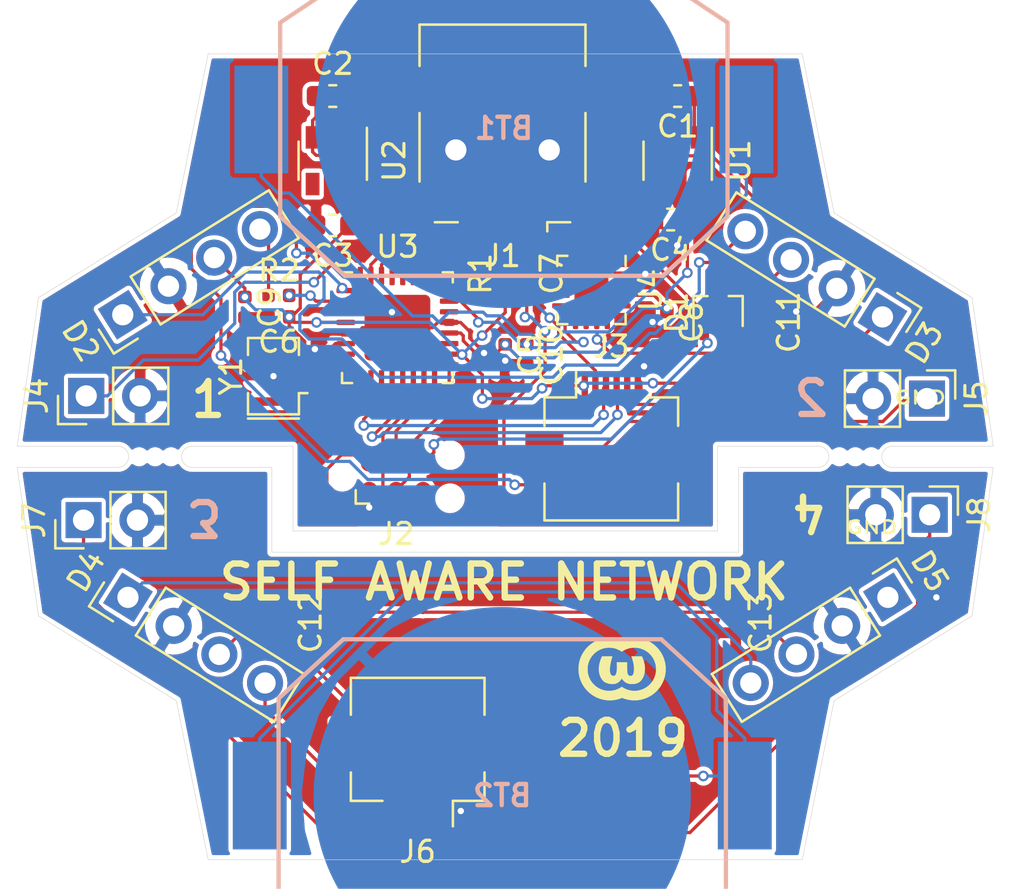
<source format=kicad_pcb>
(kicad_pcb (version 20171130) (host pcbnew "(5.1.0)-1")
  (layers (0 F.Cu signal) (31 B.Cu signal hide) (34 B.Paste user hide) (35 F.Paste user) (36 B.SilkS user hide) (37 F.SilkS user) (38 B.Mask user hide) (39 F.Mask user) (44 Edge.Cuts user))
  (net 0 "")
  (net 1 "/Top Hemisphere/BATT")
  (net 2 "/Top Hemisphere/BATT-BOT")
  (net 3 GND)
  (net 4 "/Bottom hemisphere/BATT-BOT")
  (net 5 "/Top Hemisphere/VIN")
  (net 6 +5V)
  (net 7 +3V3)
  (net 8 "/Top Hemisphere/~RST")
  (net 9 "/Top Hemisphere/DTR")
  (net 10 "/Top Hemisphere/Z-ACCEL")
  (net 11 "/Top Hemisphere/+5V_EXT")
  (net 12 "Net-(D2-Pad1)")
  (net 13 "/Top Hemisphere/DIN-TOP")
  (net 14 "/Top Hemisphere/DOUT-BOT")
  (net 15 "Net-(D4-Pad1)")
  (net 16 "/Bottom hemisphere/DIN-BOT")
  (net 17 "/Top Hemisphere/RXI")
  (net 18 "/Top Hemisphere/TXO")
  (net 19 "/Top Hemisphere/MOSI")
  (net 20 "/Top Hemisphere/MISO")
  (net 21 "/Top Hemisphere/SCK")
  (net 22 "/Top Hemisphere/BNC-4")
  (net 23 "/Top Hemisphere/BNC-3")
  (net 24 "/Top Hemisphere/BNC-1")
  (net 25 "/Top Hemisphere/BNC-2")
  (net 26 "/Bottom hemisphere/BNC-4")
  (net 27 "/Bottom hemisphere/BNC-3")
  (net 28 "Net-(R2-Pad2)")
  (net 29 "Net-(U1-Pad4)")
  (net 30 "Net-(U2-Pad4)")
  (net 31 "Net-(U3-Pad7)")
  (net 32 "Net-(U3-Pad8)")
  (net 33 "Net-(U3-Pad9)")
  (net 34 "Net-(U3-Pad10)")
  (net 35 "Net-(U3-Pad11)")
  (net 36 "Net-(U3-Pad14)")
  (net 37 "Net-(U3-Pad19)")
  (net 38 "Net-(U3-Pad22)")
  (net 39 "Net-(U3-Pad24)")
  (net 40 "Net-(U3-Pad25)")
  (net 41 "Net-(U3-Pad26)")
  (net 42 "Net-(U3-Pad27)")
  (net 43 "Net-(U3-Pad28)")
  (net 44 "Net-(U4-Pad2)")
  (net 45 "Net-(U4-Pad10)")
  (net 46 "Net-(U4-Pad12)")
  (net 47 "Net-(D5-Pad1)")
  (module node:WTFPL (layer F.Cu) (at 152.51 92.51)
    (fp_text reference G*** hide)
    (fp_text value LOGO hide)
  )
  (module node:mouse-bite (layer F.Cu) (at 163.5 82.5)
    (fp_text reference mouse-bite hide)
    (fp_text value VAL** hide)
    (pad "" np_thru_hole circle (at -0.75 0) (size 0.5 0.5) (drill 0.5) (layers *.Cu *.Mask))
    (pad "" np_thru_hole circle (at 0.75 0) (size 0.5 0.5) (drill 0.5) (layers *.Cu *.Mask))
    (pad "" np_thru_hole circle (at 0 0) (size 0.5 0.5) (drill 0.5) (layers *.Cu *.Mask))
  )
  (module node:mouse-bite (layer F.Cu) (at 130.5 82.5)
    (fp_text reference mouse-bite hide)
    (fp_text value VAL** hide)
    (pad "" np_thru_hole circle (at 0 0) (size 0.5 0.5) (drill 0.5) (layers *.Cu *.Mask))
    (pad "" np_thru_hole circle (at 0.75 0) (size 0.5 0.5) (drill 0.5) (layers *.Cu *.Mask))
    (pad "" np_thru_hole circle (at -0.75 0) (size 0.5 0.5) (drill 0.5) (layers *.Cu *.Mask))
  )
  (module Package_DFN_QFN:QFN-32-1EP_5x5mm_P0.5mm_EP3.1x3.1mm (layer F.Cu) (at 141.92 76.412)
    (fp_text reference U3 (at 0 -3.82) (layer F.SilkS))
    (fp_text value ATmega328P-MU)
    (pad 33 smd roundrect (at 0 0) (size 3.1 3.1) (layers F.Cu F.Mask) (roundrect_rratio 0.08064499999999999) (net 3 GND))
    (pad 1 smd roundrect (at -2.4375 -1.75) (size 0.875 0.25) (layers F.Cu F.Paste F.Mask) (net 25 "/Top Hemisphere/BNC-2"))
    (pad 2 smd roundrect (at -2.4375 -1.25) (size 0.875 0.25) (layers F.Cu F.Paste F.Mask) (net 28 "Net-(R2-Pad2)"))
    (pad 3 smd roundrect (at -2.4375 -0.75) (size 0.875 0.25) (layers F.Cu F.Paste F.Mask) (net 3 GND))
    (pad 4 smd roundrect (at -2.4375 -0.25) (size 0.875 0.25) (layers F.Cu F.Paste F.Mask) (net 6 +5V))
    (pad 5 smd roundrect (at -2.4375 0.25) (size 0.875 0.25) (layers F.Cu F.Paste F.Mask) (net 3 GND))
    (pad 6 smd roundrect (at -2.4375 0.75) (size 0.875 0.25) (layers F.Cu F.Paste F.Mask) (net 6 +5V))
    (pad 7 smd roundrect (at -2.4375 1.25) (size 0.875 0.25) (layers F.Cu F.Paste F.Mask) (net 31 "Net-(U3-Pad7)"))
    (pad 8 smd roundrect (at -2.4375 1.75) (size 0.875 0.25) (layers F.Cu F.Paste F.Mask) (net 32 "Net-(U3-Pad8)"))
    (pad 9 smd roundrect (at -1.75 2.4375) (size 0.25 0.875) (layers F.Cu F.Paste F.Mask) (net 33 "Net-(U3-Pad9)"))
    (pad 10 smd roundrect (at -1.25 2.4375) (size 0.25 0.875) (layers F.Cu F.Paste F.Mask) (net 34 "Net-(U3-Pad10)"))
    (pad 11 smd roundrect (at -0.75 2.4375) (size 0.25 0.875) (layers F.Cu F.Paste F.Mask) (net 35 "Net-(U3-Pad11)"))
    (pad 12 smd roundrect (at -0.25 2.4375) (size 0.25 0.875) (layers F.Cu F.Paste F.Mask) (net 23 "/Top Hemisphere/BNC-3"))
    (pad 13 smd roundrect (at 0.25 2.4375) (size 0.25 0.875) (layers F.Cu F.Paste F.Mask) (net 22 "/Top Hemisphere/BNC-4"))
    (pad 14 smd roundrect (at 0.75 2.4375) (size 0.25 0.875) (layers F.Cu F.Paste F.Mask) (net 36 "Net-(U3-Pad14)"))
    (pad 15 smd roundrect (at 1.25 2.4375) (size 0.25 0.875) (layers F.Cu F.Paste F.Mask) (net 19 "/Top Hemisphere/MOSI"))
    (pad 16 smd roundrect (at 1.75 2.4375) (size 0.25 0.875) (layers F.Cu F.Paste F.Mask) (net 20 "/Top Hemisphere/MISO"))
    (pad 17 smd roundrect (at 2.4375 1.75) (size 0.875 0.25) (layers F.Cu F.Paste F.Mask) (net 21 "/Top Hemisphere/SCK"))
    (pad 18 smd roundrect (at 2.4375 1.25) (size 0.875 0.25) (layers F.Cu F.Paste F.Mask) (net 6 +5V))
    (pad 19 smd roundrect (at 2.4375 0.75) (size 0.875 0.25) (layers F.Cu F.Paste F.Mask) (net 37 "Net-(U3-Pad19)"))
    (pad 20 smd roundrect (at 2.4375 0.25) (size 0.875 0.25) (layers F.Cu F.Paste F.Mask) (net 7 +3V3))
    (pad 21 smd roundrect (at 2.4375 -0.25) (size 0.875 0.25) (layers F.Cu F.Paste F.Mask) (net 3 GND))
    (pad 22 smd roundrect (at 2.4375 -0.75) (size 0.875 0.25) (layers F.Cu F.Paste F.Mask) (net 38 "Net-(U3-Pad22)"))
    (pad 23 smd roundrect (at 2.4375 -1.25) (size 0.875 0.25) (layers F.Cu F.Paste F.Mask) (net 10 "/Top Hemisphere/Z-ACCEL"))
    (pad 24 smd roundrect (at 2.4375 -1.75) (size 0.875 0.25) (layers F.Cu F.Paste F.Mask) (net 39 "Net-(U3-Pad24)"))
    (pad 25 smd roundrect (at 1.75 -2.4375) (size 0.25 0.875) (layers F.Cu F.Paste F.Mask) (net 40 "Net-(U3-Pad25)"))
    (pad 26 smd roundrect (at 1.25 -2.4375) (size 0.25 0.875) (layers F.Cu F.Paste F.Mask) (net 41 "Net-(U3-Pad26)"))
    (pad 27 smd roundrect (at 0.75 -2.4375) (size 0.25 0.875) (layers F.Cu F.Paste F.Mask) (net 42 "Net-(U3-Pad27)"))
    (pad 28 smd roundrect (at 0.25 -2.4375) (size 0.25 0.875) (layers F.Cu F.Paste F.Mask) (net 43 "Net-(U3-Pad28)"))
    (pad 29 smd roundrect (at -0.25 -2.4375) (size 0.25 0.875) (layers F.Cu F.Paste F.Mask) (net 8 "/Top Hemisphere/~RST"))
    (pad 30 smd roundrect (at -0.75 -2.4375) (size 0.25 0.875) (layers F.Cu F.Paste F.Mask) (net 17 "/Top Hemisphere/RXI"))
    (pad 31 smd roundrect (at -1.25 -2.4375) (size 0.25 0.875) (layers F.Cu F.Paste F.Mask) (net 18 "/Top Hemisphere/TXO"))
    (pad 32 smd roundrect (at -1.75 -2.4375) (size 0.25 0.875) (layers F.Cu F.Paste F.Mask) (net 24 "/Top Hemisphere/BNC-1"))
  )
  (module Connector:Tag-Connect_TC2030-IDC-NL_2x03_P1.27mm_Vertical (layer F.Cu) (at 141.859 83.439)
    (fp_text reference J2 (at 0 2.7) (layer F.SilkS))
    (fp_text value TC2030_NL)
    (pad "" np_thru_hole circle (at 2.54 -1.016) (size 0.9906 0.9906) (drill 0.9906) (layers *.Cu *.Mask))
    (pad "" np_thru_hole circle (at 2.54 1.016) (size 0.9906 0.9906) (drill 0.9906) (layers *.Cu *.Mask))
    (pad "" np_thru_hole circle (at -2.54 0) (size 0.9906 0.9906) (drill 0.9906) (layers *.Cu *.Mask))
    (pad 1 connect circle (at -1.27 0.635) (size 0.7874 0.7874) (layers F.Cu F.Mask) (net 3 GND))
    (pad 2 connect circle (at -1.27 -0.635) (size 0.7874 0.7874) (layers F.Cu F.Mask) (net 8 "/Top Hemisphere/~RST"))
    (pad 3 connect circle (at 0 0.635) (size 0.7874 0.7874) (layers F.Cu F.Mask) (net 21 "/Top Hemisphere/SCK"))
    (pad 4 connect circle (at 0 -0.635) (size 0.7874 0.7874) (layers F.Cu F.Mask) (net 20 "/Top Hemisphere/MISO"))
    (pad 5 connect circle (at 1.27 0.635) (size 0.7874 0.7874) (layers F.Cu F.Mask) (net 19 "/Top Hemisphere/MOSI"))
    (pad 6 connect circle (at 1.27 -0.635) (size 0.7874 0.7874) (layers F.Cu F.Mask) (net 11 "/Top Hemisphere/+5V_EXT"))
  )
  (module Package_TO_SOT_SMD:SOT-23-5 (layer F.Cu) (at 155.128 68.538 270)
    (fp_text reference U1 (at 0 -2.9 270) (layer F.SilkS))
    (fp_text value PMIC-LDO-XC6204B332MR_SOT23-5_)
    (pad 5 smd rect (at 1.1 -0.95 270) (size 1.06 0.65) (layers F.Cu F.Paste F.Mask) (net 7 +3V3))
    (pad 4 smd rect (at 1.1 0.95 270) (size 1.06 0.65) (layers F.Cu F.Paste F.Mask) (net 29 "Net-(U1-Pad4)"))
    (pad 3 smd rect (at -1.1 0.95 270) (size 1.06 0.65) (layers F.Cu F.Paste F.Mask) (net 5 "/Top Hemisphere/VIN"))
    (pad 2 smd rect (at -1.1 0 270) (size 1.06 0.65) (layers F.Cu F.Paste F.Mask) (net 3 GND))
    (pad 1 smd rect (at -1.1 -0.95 270) (size 1.06 0.65) (layers F.Cu F.Paste F.Mask) (net 5 "/Top Hemisphere/VIN"))
  )
  (module Connector_FFC-FPC:Hirose_FH12-6S-0.5SH_1x06-1MP_P0.50mm_Horizontal (layer F.Cu) (at 152 81)
    (fp_text reference J3 (at 0 -3.7) (layer F.SilkS))
    (fp_text value FFC-0.5MM-6POS)
    (pad 6 smd rect (at 1.25 -1.85) (size 0.3 1.3) (layers F.Cu F.Paste F.Mask) (net 3 GND))
    (pad 5 smd rect (at 0.75 -1.85) (size 0.3 1.3) (layers F.Cu F.Paste F.Mask) (net 14 "/Top Hemisphere/DOUT-BOT"))
    (pad 4 smd rect (at 0.25 -1.85) (size 0.3 1.3) (layers F.Cu F.Paste F.Mask) (net 22 "/Top Hemisphere/BNC-4"))
    (pad 3 smd rect (at -0.25 -1.85) (size 0.3 1.3) (layers F.Cu F.Paste F.Mask) (net 23 "/Top Hemisphere/BNC-3"))
    (pad 2 smd rect (at -0.75 -1.85) (size 0.3 1.3) (layers F.Cu F.Paste F.Mask) (net 2 "/Top Hemisphere/BATT-BOT"))
    (pad 1 smd rect (at -1.25 -1.85) (size 0.3 1.3) (layers F.Cu F.Paste F.Mask) (net 6 +5V))
    (pad MP smd rect (at -3.15 1.4) (size 1.8 2.2) (layers F.Cu F.Paste F.Mask))
    (pad MP smd rect (at 3.15 1.4) (size 1.8 2.2) (layers F.Cu F.Paste F.Mask))
  )
  (module gsg-modules:BK-912 (layer B.Cu) (at 146.9365 66.5949)
    (fp_text reference BT1 (at 0 0.4191) (layer B.SilkS) (effects (font (size 1.00076 1.00076) (thickness 0.2032)) (justify mirror)))
    (fp_text value CR2032 hide)
    (pad 1 smd rect (at 11.43 0) (size 2.54 5.08) (layers B.Cu B.Paste B.Mask) (net 1 "/Top Hemisphere/BATT"))
    (pad 1 smd rect (at -11.43 0) (size 2.54 5.08) (layers B.Cu B.Paste B.Mask) (net 1 "/Top Hemisphere/BATT"))
    (pad 2 smd circle (at 0 0) (size 17.78 17.78) (layers B.Cu B.Mask) (net 2 "/Top Hemisphere/BATT-BOT"))
  )
  (module Capacitor_SMD:C_0402_1005Metric (layer F.Cu) (at 147 77.682 270)
    (fp_text reference C5 (at 0 -1.17 270) (layer F.SilkS))
    (fp_text value 0.1u)
    (pad 2 smd roundrect (at 0.485 0 270) (size 0.59 0.64) (layers F.Cu F.Paste F.Mask) (net 3 GND))
    (pad 1 smd roundrect (at -0.485 0 270) (size 0.59 0.64) (layers F.Cu F.Paste F.Mask) (net 7 +3V3))
  )
  (module Capacitor_SMD:C_0402_1005Metric (layer F.Cu) (at 134.7318 75.4468 270)
    (fp_text reference C9 (at 0 -1.17 270) (layer F.SilkS))
    (fp_text value 0.1u)
    (pad 1 smd roundrect (at -0.485 0 270) (size 0.59 0.64) (layers F.Cu F.Paste F.Mask) (net 6 +5V))
    (pad 2 smd roundrect (at 0.485 0 270) (size 0.59 0.64) (layers F.Cu F.Paste F.Mask) (net 3 GND))
  )
  (module Capacitor_SMD:C_0603_1608Metric (layer F.Cu) (at 155.128 65.49 180)
    (fp_text reference C1 (at 0 -1.43 180) (layer F.SilkS))
    (fp_text value 1u)
    (pad 2 smd roundrect (at 0.7875 0 180) (size 0.875 0.95) (layers F.Cu F.Paste F.Mask) (net 3 GND))
    (pad 1 smd roundrect (at -0.7875 0 180) (size 0.875 0.95) (layers F.Cu F.Paste F.Mask) (net 5 "/Top Hemisphere/VIN"))
  )
  (module Capacitor_SMD:C_0603_1608Metric (layer F.Cu) (at 138.872 65.49)
    (fp_text reference C2 (at 0 -1.524) (layer F.SilkS))
    (fp_text value 1u)
    (pad 2 smd roundrect (at 0.7875 0) (size 0.875 0.95) (layers F.Cu F.Paste F.Mask) (net 3 GND))
    (pad 1 smd roundrect (at -0.7875 0) (size 0.875 0.95) (layers F.Cu F.Paste F.Mask) (net 5 "/Top Hemisphere/VIN"))
  )
  (module Capacitor_SMD:C_0603_1608Metric (layer F.Cu) (at 138.872 71.586 180)
    (fp_text reference C3 (at 0 -1.43 180) (layer F.SilkS))
    (fp_text value 1u)
    (pad 1 smd roundrect (at -0.7875 0 180) (size 0.875 0.95) (layers F.Cu F.Paste F.Mask) (net 6 +5V))
    (pad 2 smd roundrect (at 0.7875 0 180) (size 0.875 0.95) (layers F.Cu F.Paste F.Mask) (net 3 GND))
  )
  (module Capacitor_SMD:C_0603_1608Metric (layer F.Cu) (at 154.7978 71.31168 180)
    (fp_text reference C4 (at 0 -1.43 180) (layer F.SilkS))
    (fp_text value 1u)
    (pad 1 smd roundrect (at -0.7875 0 180) (size 0.875 0.95) (layers F.Cu F.Paste F.Mask) (net 7 +3V3))
    (pad 2 smd roundrect (at 0.7875 0 180) (size 0.875 0.95) (layers F.Cu F.Paste F.Mask) (net 3 GND))
  )
  (module Capacitor_SMD:C_0402_1005Metric (layer F.Cu) (at 136.332 75.904 180)
    (fp_text reference C6 (at 0 -1.17 180) (layer F.SilkS))
    (fp_text value 0.1u)
    (pad 2 smd roundrect (at 0.485 0 180) (size 0.59 0.64) (layers F.Cu F.Paste F.Mask) (net 3 GND))
    (pad 1 smd roundrect (at -0.485 0 180) (size 0.59 0.64) (layers F.Cu F.Paste F.Mask) (net 6 +5V))
  )
  (module Capacitor_SMD:C_0402_1005Metric (layer F.Cu) (at 148.016 73.872 270)
    (fp_text reference C7 (at 0 -1.17 270) (layer F.SilkS))
    (fp_text value 0.1u)
    (pad 2 smd roundrect (at 0.485 0 270) (size 0.59 0.64) (layers F.Cu F.Paste F.Mask) (net 8 "/Top Hemisphere/~RST"))
    (pad 1 smd roundrect (at -0.485 0 270) (size 0.59 0.64) (layers F.Cu F.Paste F.Mask) (net 9 "/Top Hemisphere/DTR"))
  )
  (module Capacitor_SMD:C_0402_1005Metric (layer F.Cu) (at 154.62 76.158 270)
    (fp_text reference C8 (at 0 -1.17 270) (layer F.SilkS))
    (fp_text value 0.1u)
    (pad 2 smd roundrect (at 0.485 0 270) (size 0.59 0.64) (layers F.Cu F.Paste F.Mask) (net 3 GND))
    (pad 1 smd roundrect (at -0.485 0 270) (size 0.59 0.64) (layers F.Cu F.Paste F.Mask) (net 7 +3V3))
  )
  (module Capacitor_SMD:C_0402_1005Metric (layer F.Cu) (at 148.016 77.682 270)
    (fp_text reference C10 (at 0 -1.17 270) (layer F.SilkS))
    (fp_text value 0.1u)
    (pad 1 smd roundrect (at -0.485 0 270) (size 0.59 0.64) (layers F.Cu F.Paste F.Mask) (net 10 "/Top Hemisphere/Z-ACCEL"))
    (pad 2 smd roundrect (at 0.485 0 270) (size 0.59 0.64) (layers F.Cu F.Paste F.Mask) (net 3 GND))
  )
  (module Capacitor_SMD:C_0402_1005Metric (layer F.Cu) (at 159.192 76.158 270)
    (fp_text reference C11 (at 0 -1.17 270) (layer F.SilkS))
    (fp_text value 0.1u)
    (pad 1 smd roundrect (at -0.485 0 270) (size 0.59 0.64) (layers F.Cu F.Paste F.Mask) (net 6 +5V))
    (pad 2 smd roundrect (at 0.485 0 270) (size 0.59 0.64) (layers F.Cu F.Paste F.Mask) (net 3 GND))
  )
  (module Capacitor_SMD:C_0402_1005Metric (layer F.Cu) (at 136.652 90.313 270)
    (fp_text reference C12 (at 0 -1.17 270) (layer F.SilkS))
    (fp_text value 0.1u)
    (pad 2 smd roundrect (at 0.485 0 270) (size 0.59 0.64) (layers F.Cu F.Paste F.Mask) (net 3 GND))
    (pad 1 smd roundrect (at -0.485 0 270) (size 0.59 0.64) (layers F.Cu F.Paste F.Mask) (net 6 +5V))
  )
  (module Capacitor_SMD:C_0402_1005Metric (layer F.Cu) (at 157.861 90.313 270)
    (fp_text reference C13 (at 0 -1.17 270) (layer F.SilkS))
    (fp_text value 0.1u)
    (pad 2 smd roundrect (at 0.485 0 270) (size 0.59 0.64) (layers F.Cu F.Paste F.Mask) (net 3 GND))
    (pad 1 smd roundrect (at -0.485 0 270) (size 0.59 0.64) (layers F.Cu F.Paste F.Mask) (net 6 +5V))
  )
  (module Package_TO_SOT_SMD:SOT-323_SC-70 (layer F.Cu) (at 157.033 75.65 90)
    (fp_text reference D1 (at -0.05 -1.95 90) (layer F.SilkS))
    (fp_text value BAT54CW)
    (pad 1 smd rect (at -1 -0.65) (size 0.45 0.7) (layers F.Cu F.Paste F.Mask) (net 11 "/Top Hemisphere/+5V_EXT"))
    (pad 2 smd rect (at -1 0.65) (size 0.45 0.7) (layers F.Cu F.Paste F.Mask) (net 1 "/Top Hemisphere/BATT"))
    (pad 3 smd rect (at 1 0) (size 0.45 0.7) (layers F.Cu F.Paste F.Mask) (net 5 "/Top Hemisphere/VIN"))
  )
  (module Connector_USB:USB_Mini-B_Lumberg_2486_01_Horizontal (layer F.Cu) (at 146.873 68.03 180)
    (fp_text reference J1 (at 0 -5 180) (layer F.SilkS))
    (fp_text value USB_B_Mini)
    (pad 1 smd rect (at -1.6 -2.7 180) (size 0.5 2) (layers F.Cu F.Paste F.Mask) (net 11 "/Top Hemisphere/+5V_EXT"))
    (pad 2 smd rect (at -0.8 -2.7 180) (size 0.5 2) (layers F.Cu F.Paste F.Mask) (net 9 "/Top Hemisphere/DTR"))
    (pad 3 smd rect (at 0 -2.7 180) (size 0.5 2) (layers F.Cu F.Paste F.Mask) (net 17 "/Top Hemisphere/RXI"))
    (pad 4 smd rect (at 0.8 -2.7 180) (size 0.5 2) (layers F.Cu F.Paste F.Mask) (net 18 "/Top Hemisphere/TXO"))
    (pad 5 smd rect (at 1.6 -2.7 180) (size 0.5 2) (layers F.Cu F.Paste F.Mask) (net 3 GND))
    (pad 6 smd rect (at -4.45 -2.6 180) (size 2 1.7) (layers F.Cu F.Paste F.Mask) (net 3 GND))
    (pad 6 smd rect (at -4.45 2.85 180) (size 2 1.7) (layers F.Cu F.Paste F.Mask) (net 3 GND))
    (pad 6 smd rect (at 4.45 -2.6 180) (size 2 1.7) (layers F.Cu F.Paste F.Mask) (net 3 GND))
    (pad 6 smd rect (at 4.45 2.85 180) (size 2 1.7) (layers F.Cu F.Paste F.Mask) (net 3 GND))
    (pad "" np_thru_hole circle (at -2.2 0 180) (size 1 1) (drill 1) (layers *.Cu *.Mask))
    (pad "" np_thru_hole circle (at 2.2 0 180) (size 1 1) (drill 1) (layers *.Cu *.Mask))
  )
  (module Connector_FFC-FPC:Hirose_FH12-6S-0.5SH_1x06-1MP_P0.50mm_Horizontal (layer F.Cu) (at 142.875 97.425 180)
    (fp_text reference J6 (at 0 -3.7 180) (layer F.SilkS))
    (fp_text value FFC-0.5MM-6POS)
    (pad 6 smd rect (at 1.25 -1.85 180) (size 0.3 1.3) (layers F.Cu F.Paste F.Mask) (net 16 "/Bottom hemisphere/DIN-BOT"))
    (pad 5 smd rect (at 0.75 -1.85 180) (size 0.3 1.3) (layers F.Cu F.Paste F.Mask) (net 27 "/Bottom hemisphere/BNC-3"))
    (pad 4 smd rect (at 0.25 -1.85 180) (size 0.3 1.3) (layers F.Cu F.Paste F.Mask) (net 26 "/Bottom hemisphere/BNC-4"))
    (pad 3 smd rect (at -0.25 -1.85 180) (size 0.3 1.3) (layers F.Cu F.Paste F.Mask) (net 6 +5V))
    (pad 2 smd rect (at -0.75 -1.85 180) (size 0.3 1.3) (layers F.Cu F.Paste F.Mask) (net 4 "/Bottom hemisphere/BATT-BOT"))
    (pad 1 smd rect (at -1.25 -1.85 180) (size 0.3 1.3) (layers F.Cu F.Paste F.Mask) (net 3 GND))
    (pad MP smd rect (at -3.15 1.4 180) (size 1.8 2.2) (layers F.Cu F.Paste F.Mask))
    (pad MP smd rect (at 3.15 1.4 180) (size 1.8 2.2) (layers F.Cu F.Paste F.Mask))
  )
  (module Resistor_SMD:R_0402_1005Metric (layer F.Cu) (at 147 73.872 90)
    (fp_text reference R1 (at 0 -1.17 90) (layer F.SilkS))
    (fp_text value 10K)
    (pad 2 smd roundrect (at 0.485 0 90) (size 0.59 0.64) (layers F.Cu F.Paste F.Mask) (net 8 "/Top Hemisphere/~RST"))
    (pad 1 smd roundrect (at -0.485 0 90) (size 0.59 0.64) (layers F.Cu F.Paste F.Mask) (net 6 +5V))
  )
  (module Resistor_SMD:R_0402_1005Metric (layer F.Cu) (at 136.332 74.888)
    (fp_text reference R2 (at 0 -1.17) (layer F.SilkS))
    (fp_text value 470R)
    (pad 1 smd roundrect (at -0.485 0) (size 0.59 0.64) (layers F.Cu F.Paste F.Mask) (net 13 "/Top Hemisphere/DIN-TOP"))
    (pad 2 smd roundrect (at 0.485 0) (size 0.59 0.64) (layers F.Cu F.Paste F.Mask) (net 28 "Net-(R2-Pad2)"))
  )
  (module Package_TO_SOT_SMD:SOT-23-5 (layer F.Cu) (at 138.872 68.538 270)
    (fp_text reference U2 (at 0 -2.9 270) (layer F.SilkS))
    (fp_text value LP2985-5.0)
    (pad 1 smd rect (at -1.1 -0.95 270) (size 1.06 0.65) (layers F.Cu F.Paste F.Mask) (net 5 "/Top Hemisphere/VIN"))
    (pad 2 smd rect (at -1.1 0 270) (size 1.06 0.65) (layers F.Cu F.Paste F.Mask) (net 3 GND))
    (pad 3 smd rect (at -1.1 0.95 270) (size 1.06 0.65) (layers F.Cu F.Paste F.Mask) (net 5 "/Top Hemisphere/VIN"))
    (pad 4 smd rect (at 1.1 0.95 270) (size 1.06 0.65) (layers F.Cu F.Paste F.Mask) (net 30 "Net-(U2-Pad4)"))
    (pad 5 smd rect (at 1.1 -0.95 270) (size 1.06 0.65) (layers F.Cu F.Paste F.Mask) (net 6 +5V))
  )
  (module Package_CSP:LFCSP-16-1EP_3x3mm_P0.5mm_EP1.6x1.6mm (layer F.Cu) (at 151.064 74.634 270)
    (fp_text reference U4 (at 0 -2.8 270) (layer F.SilkS))
    (fp_text value ADXL335)
    (pad 17 smd roundrect (at 0 0 270) (size 1.6 1.6) (layers F.Cu F.Mask) (roundrect_rratio 0.15625))
    (pad 1 smd roundrect (at -1.4375 -0.75 270) (size 0.825 0.25) (layers F.Cu F.Paste F.Mask))
    (pad 2 smd roundrect (at -1.4375 -0.25 270) (size 0.825 0.25) (layers F.Cu F.Paste F.Mask) (net 44 "Net-(U4-Pad2)"))
    (pad 3 smd roundrect (at -1.4375 0.25 270) (size 0.825 0.25) (layers F.Cu F.Paste F.Mask) (net 3 GND))
    (pad 4 smd roundrect (at -1.4375 0.75 270) (size 0.825 0.25) (layers F.Cu F.Paste F.Mask))
    (pad 5 smd roundrect (at -0.75 1.4375 270) (size 0.25 0.825) (layers F.Cu F.Paste F.Mask) (net 3 GND))
    (pad 6 smd roundrect (at -0.25 1.4375 270) (size 0.25 0.825) (layers F.Cu F.Paste F.Mask) (net 3 GND))
    (pad 7 smd roundrect (at 0.25 1.4375 270) (size 0.25 0.825) (layers F.Cu F.Paste F.Mask) (net 3 GND))
    (pad 8 smd roundrect (at 0.75 1.4375 270) (size 0.25 0.825) (layers F.Cu F.Paste F.Mask) (net 10 "/Top Hemisphere/Z-ACCEL"))
    (pad 9 smd roundrect (at 1.4375 0.75 270) (size 0.825 0.25) (layers F.Cu F.Paste F.Mask))
    (pad 10 smd roundrect (at 1.4375 0.25 270) (size 0.825 0.25) (layers F.Cu F.Paste F.Mask) (net 45 "Net-(U4-Pad10)"))
    (pad 11 smd roundrect (at 1.4375 -0.25 270) (size 0.825 0.25) (layers F.Cu F.Paste F.Mask))
    (pad 12 smd roundrect (at 1.4375 -0.75 270) (size 0.825 0.25) (layers F.Cu F.Paste F.Mask) (net 46 "Net-(U4-Pad12)"))
    (pad 13 smd roundrect (at 0.75 -1.4375 270) (size 0.25 0.825) (layers F.Cu F.Paste F.Mask))
    (pad 14 smd roundrect (at 0.25 -1.4375 270) (size 0.25 0.825) (layers F.Cu F.Paste F.Mask) (net 7 +3V3))
    (pad 15 smd roundrect (at -0.25 -1.4375 270) (size 0.25 0.825) (layers F.Cu F.Paste F.Mask) (net 7 +3V3))
    (pad 16 smd roundrect (at -0.75 -1.4375 270) (size 0.25 0.825) (layers F.Cu F.Paste F.Mask))
  )
  (module Crystal:Resonator_SMD_muRata_CSTxExxV-3Pin_3.0x1.1mm (layer F.Cu) (at 136.078 78.698 90)
    (fp_text reference Y1 (at 0 -2 90) (layer F.SilkS))
    (fp_text value 16MHz)
    (pad 1 smd rect (at -1.2 0 90) (size 0.4 1.9) (layers F.Cu F.Paste F.Mask) (net 32 "Net-(U3-Pad8)"))
    (pad 2 smd rect (at 0 0 90) (size 0.4 1.9) (layers F.Cu F.Paste F.Mask) (net 3 GND))
    (pad 3 smd rect (at 1.2 0 90) (size 0.4 1.9) (layers F.Cu F.Paste F.Mask) (net 31 "Net-(U3-Pad7)"))
  )
  (module gsg-modules:BK-912 (layer B.Cu) (at 146.8603 98.4752 180)
    (fp_text reference BT2 (at 0 0 180) (layer B.SilkS) (effects (font (size 1.00076 1.00076) (thickness 0.2032)) (justify mirror)))
    (fp_text value CR2032 hide)
    (pad 1 smd rect (at 11.43 0 180) (size 2.54 5.08) (layers B.Cu B.Paste B.Mask) (net 4 "/Bottom hemisphere/BATT-BOT"))
    (pad 1 smd rect (at -11.43 0 180) (size 2.54 5.08) (layers B.Cu B.Paste B.Mask) (net 4 "/Bottom hemisphere/BATT-BOT"))
    (pad 2 smd circle (at 0 0 180) (size 17.78 17.78) (layers B.Cu B.Mask) (net 3 GND))
  )
  (module Connector_PinHeader_2.54mm:PinHeader_1x04_P2.54mm_Vertical (layer F.Cu) (at 128.975916 75.80199 122)
    (fp_text reference D2 (at 0 -2.33 122) (layer F.SilkS))
    (fp_text value "LED 1")
    (pad 1 thru_hole rect (at 0 0 122) (size 1.7 1.7) (drill 1) (layers *.Cu *.Mask) (net 12 "Net-(D2-Pad1)"))
    (pad 2 thru_hole oval (at 0 2.54 122) (size 1.7 1.7) (drill 1) (layers *.Cu *.Mask) (net 3 GND))
    (pad 3 thru_hole oval (at 0 5.08 122) (size 1.7 1.7) (drill 1) (layers *.Cu *.Mask) (net 6 +5V))
    (pad 4 thru_hole oval (at 0 7.62 122) (size 1.7 1.7) (drill 1) (layers *.Cu *.Mask) (net 13 "/Top Hemisphere/DIN-TOP"))
  )
  (module Connector_PinHeader_2.54mm:PinHeader_1x04_P2.54mm_Vertical (layer F.Cu) (at 164.78 75.904 238)
    (fp_text reference D3 (at 0 -2.33 238) (layer F.SilkS))
    (fp_text value "LED 2")
    (pad 4 thru_hole oval (at 0 7.62 238) (size 1.7 1.7) (drill 1) (layers *.Cu *.Mask) (net 12 "Net-(D2-Pad1)"))
    (pad 3 thru_hole oval (at 0 5.08 238) (size 1.7 1.7) (drill 1) (layers *.Cu *.Mask) (net 6 +5V))
    (pad 2 thru_hole oval (at 0 2.54 238) (size 1.7 1.7) (drill 1) (layers *.Cu *.Mask) (net 3 GND))
    (pad 1 thru_hole rect (at 0 0 238) (size 1.7 1.7) (drill 1) (layers *.Cu *.Mask) (net 14 "/Top Hemisphere/DOUT-BOT"))
  )
  (module Connector_PinHeader_2.54mm:PinHeader_1x04_P2.54mm_Vertical (layer F.Cu) (at 129.22 89.128 58)
    (fp_text reference D4 (at 0 -2.33 58) (layer F.SilkS))
    (fp_text value "LED 3")
    (pad 4 thru_hole oval (at 0 7.62 58) (size 1.7 1.7) (drill 1) (layers *.Cu *.Mask) (net 16 "/Bottom hemisphere/DIN-BOT"))
    (pad 3 thru_hole oval (at 0 5.08 58) (size 1.7 1.7) (drill 1) (layers *.Cu *.Mask) (net 6 +5V))
    (pad 2 thru_hole oval (at 0 2.54 58) (size 1.7 1.7) (drill 1) (layers *.Cu *.Mask) (net 3 GND))
    (pad 1 thru_hole rect (at 0 0 58) (size 1.7 1.7) (drill 1) (layers *.Cu *.Mask) (net 15 "Net-(D4-Pad1)"))
  )
  (module Connector_PinHeader_2.54mm:PinHeader_1x04_P2.54mm_Vertical (layer F.Cu) (at 165.034 89.128 302)
    (fp_text reference D5 (at 0 -2.33 302) (layer F.SilkS))
    (fp_text value "LED 4")
    (pad 1 thru_hole rect (at 0 0 302) (size 1.7 1.7) (drill 1) (layers *.Cu *.Mask) (net 47 "Net-(D5-Pad1)"))
    (pad 2 thru_hole oval (at 0 2.54 302) (size 1.7 1.7) (drill 1) (layers *.Cu *.Mask) (net 3 GND))
    (pad 3 thru_hole oval (at 0 5.08 302) (size 1.7 1.7) (drill 1) (layers *.Cu *.Mask) (net 6 +5V))
    (pad 4 thru_hole oval (at 0 7.62 302) (size 1.7 1.7) (drill 1) (layers *.Cu *.Mask) (net 15 "Net-(D4-Pad1)"))
  )
  (module Connector_PinHeader_2.54mm:PinHeader_1x02_P2.54mm_Vertical (layer F.Cu) (at 127.254 79.629 90)
    (fp_text reference J4 (at 0 -2.33 90) (layer F.SilkS))
    (fp_text value Port_1)
    (pad 2 thru_hole oval (at 0 2.54 90) (size 1.7 1.7) (drill 1) (layers *.Cu *.Mask) (net 3 GND))
    (pad 1 thru_hole rect (at 0 0 90) (size 1.7 1.7) (drill 1) (layers *.Cu *.Mask) (net 24 "/Top Hemisphere/BNC-1"))
  )
  (module Connector_PinHeader_2.54mm:PinHeader_1x02_P2.54mm_Vertical (layer F.Cu) (at 166.878 79.756 270)
    (fp_text reference J5 (at 0 -2.33 270) (layer F.SilkS))
    (fp_text value Port_2)
    (pad 1 thru_hole rect (at 0 0 270) (size 1.7 1.7) (drill 1) (layers *.Cu *.Mask) (net 25 "/Top Hemisphere/BNC-2"))
    (pad 2 thru_hole oval (at 0 2.54 270) (size 1.7 1.7) (drill 1) (layers *.Cu *.Mask) (net 3 GND))
  )
  (module Connector_PinHeader_2.54mm:PinHeader_1x02_P2.54mm_Vertical (layer F.Cu) (at 127.127 85.487 90)
    (fp_text reference J7 (at 0 -2.33 90) (layer F.SilkS))
    (fp_text value Port_3)
    (pad 2 thru_hole oval (at 0 2.54 90) (size 1.7 1.7) (drill 1) (layers *.Cu *.Mask) (net 3 GND))
    (pad 1 thru_hole rect (at 0 0 90) (size 1.7 1.7) (drill 1) (layers *.Cu *.Mask) (net 27 "/Bottom hemisphere/BNC-3"))
  )
  (module Connector_PinHeader_2.54mm:PinHeader_1x02_P2.54mm_Vertical (layer F.Cu) (at 167.005 85.233 270)
    (fp_text reference J8 (at 0 -2.33 270) (layer F.SilkS))
    (fp_text value Port_4)
    (pad 1 thru_hole rect (at 0 0 270) (size 1.7 1.7) (drill 1) (layers *.Cu *.Mask) (net 26 "/Bottom hemisphere/BNC-4"))
    (pad 2 thru_hole oval (at 0 2.54 270) (size 1.7 1.7) (drill 1) (layers *.Cu *.Mask) (net 3 GND))
  )
  (gr_arc (start 165.25 82.5) (end 165.25 82) (angle -180) (layer Edge.Cuts) (width 0.0254))
  (gr_arc (start 161.75 82.5) (end 161.75 83) (angle -180) (layer Edge.Cuts) (width 0.0254))
  (gr_arc (start 132.25 82.5) (end 132.25 82) (angle -180) (layer Edge.Cuts) (width 0.0254))
  (gr_arc (start 128.75 82.5) (end 128.75 83) (angle -180) (layer Edge.Cuts) (width 0.0254))
  (gr_text 2019 (at 152.55 95.78) (layer F.SilkS) (effects (font (size 1.6 1.6) (thickness 0.3))))
  (gr_text "SELF AWARE NETWORK" (at 146.939 88.408) (layer F.SilkS) (effects (font (size 1.6 1.6) (thickness 0.3))))
  (gr_text 4 (at 161.3408 85.10092 180) (layer F.SilkS) (effects (font (size 1.6 1.6) (thickness 0.3))))
  (gr_text 3 (at 132.842 85.36 180) (layer B.SilkS) (effects (font (size 1.6 1.6) (thickness 0.3)) (justify mirror)))
  (gr_text 2 (at 161.417 79.756) (layer B.SilkS) (effects (font (size 1.6 1.6) (thickness 0.3)) (justify mirror)))
  (gr_text 1 (at 133.0071 79.80172) (layer F.SilkS) (effects (font (size 1.6 1.6) (thickness 0.3))))
  (gr_line (start 124 83) (end 125 90) (layer Edge.Cuts) (width 0.0254))
  (gr_line (start 131.5 94) (end 133 101.5) (layer Edge.Cuts) (width 0.0254))
  (gr_line (start 131.5 71) (end 125 75) (layer Edge.Cuts) (width 0.0254))
  (gr_line (start 128.75 83) (end 124 83) (layer Edge.Cuts) (width 0.0254))
  (gr_line (start 161 101.5) (end 162.5 94) (layer Edge.Cuts) (width 0.0254))
  (gr_line (start 162.5 71) (end 161 63.5) (layer Edge.Cuts) (width 0.0254))
  (gr_line (start 136 87) (end 136 83) (layer Edge.Cuts) (width 0.0254))
  (gr_line (start 133 101.5) (end 161 101.5) (layer Edge.Cuts) (width 0.0254))
  (gr_line (start 133 63.5) (end 131.5 71) (layer Edge.Cuts) (width 0.0254))
  (gr_line (start 169 90) (end 170 83) (layer Edge.Cuts) (width 0.0254))
  (gr_line (start 170 82) (end 169 75) (layer Edge.Cuts) (width 0.0254))
  (gr_line (start 125 75) (end 124 82) (layer Edge.Cuts) (width 0.0254))
  (gr_line (start 165.25 82) (end 170 82) (layer Edge.Cuts) (width 0.0254))
  (gr_line (start 161 63.5) (end 133 63.5) (layer Edge.Cuts) (width 0.0254))
  (gr_line (start 169 75) (end 162.5 71) (layer Edge.Cuts) (width 0.0254))
  (gr_line (start 124 82) (end 128.75 82) (layer Edge.Cuts) (width 0.0254))
  (gr_line (start 157 82) (end 161.75 82) (layer Edge.Cuts) (width 0.0254))
  (gr_line (start 162.5 94) (end 169 90) (layer Edge.Cuts) (width 0.0254))
  (gr_line (start 137 86) (end 157 86) (layer Edge.Cuts) (width 0.0254))
  (gr_line (start 125 90) (end 131.5 94) (layer Edge.Cuts) (width 0.0254))
  (gr_line (start 170 83) (end 165.25 83) (layer Edge.Cuts) (width 0.0254))
  (gr_line (start 132.25 82) (end 137 82) (layer Edge.Cuts) (width 0.0254))
  (gr_line (start 137 82) (end 137 86) (layer Edge.Cuts) (width 0.0254))
  (gr_line (start 158 87) (end 136 87) (layer Edge.Cuts) (width 0.0254))
  (gr_line (start 136 83) (end 132.25 83) (layer Edge.Cuts) (width 0.0254))
  (gr_line (start 161.75 83) (end 158 83) (layer Edge.Cuts) (width 0.0254))
  (gr_line (start 158 83) (end 158 87) (layer Edge.Cuts) (width 0.0254))
  (gr_line (start 157 86) (end 157 82) (layer Edge.Cuts) (width 0.0254))
  (gr_text GND (at 166.558 79.714) (layer F.SilkS) (effects (font (size 0.6 0.8) (thickness 0.12))))
  (gr_text GND (at 164.272 85.826) (layer F.SilkS) (effects (font (size 0.6 0.8) (thickness 0.12))))
  (segment (start 157.683 76.521953) (end 157.698104 76.537057) (width 0.1524) (layer F.Cu) (net 1))
  (segment (start 158.3665 70.1255) (end 158.3665 69.2873) (width 0.1524) (layer B.Cu) (net 1))
  (segment (start 151.881545 76.610455) (end 158.3665 70.1255) (width 0.1524) (layer B.Cu) (net 1))
  (segment (start 158.3665 69.2873) (end 158.3665 66.5949) (width 0.1524) (layer B.Cu) (net 1))
  (segment (start 151.262455 76.610455) (end 151.881545 76.610455) (width 0.1524) (layer B.Cu) (net 1))
  (segment (start 146.133519 75.853189) (end 146.825792 75.853189) (width 0.1524) (layer B.Cu) (net 1))
  (segment (start 147.691001 76.718398) (end 148.24573 76.718398) (width 0.1524) (layer B.Cu) (net 1))
  (segment (start 142.631189 75.853189) (end 143.570256 75.853189) (width 0.1524) (layer B.Cu) (net 1))
  (segment (start 136.2812 70.062) (end 136.84 70.062) (width 0.1524) (layer B.Cu) (net 1))
  (segment (start 143.570256 75.853189) (end 143.875067 76.158) (width 0.1524) (layer B.Cu) (net 1))
  (segment (start 148.24573 76.718398) (end 148.578291 77.050959) (width 0.1524) (layer B.Cu) (net 1))
  (segment (start 145.959729 75.679399) (end 146.133519 75.853189) (width 0.1524) (layer B.Cu) (net 1))
  (segment (start 135.5065 66.5949) (end 135.5065 69.2873) (width 0.1524) (layer B.Cu) (net 1))
  (segment (start 135.5065 69.2873) (end 136.2812 70.062) (width 0.1524) (layer B.Cu) (net 1))
  (segment (start 149.670837 76.610455) (end 151.262455 76.610455) (width 0.1524) (layer B.Cu) (net 1))
  (segment (start 149.230333 77.050959) (end 149.670837 76.610455) (width 0.1524) (layer B.Cu) (net 1))
  (segment (start 148.578291 77.050959) (end 149.230333 77.050959) (width 0.1524) (layer B.Cu) (net 1))
  (segment (start 146.825792 75.853189) (end 147.691001 76.718398) (width 0.1524) (layer B.Cu) (net 1))
  (segment (start 144.353668 75.679399) (end 145.959729 75.679399) (width 0.1524) (layer B.Cu) (net 1))
  (segment (start 143.875067 76.158) (end 144.353668 75.679399) (width 0.1524) (layer B.Cu) (net 1))
  (segment (start 136.84 70.062) (end 142.631189 75.853189) (width 0.1524) (layer B.Cu) (net 1))
  (via (at 151.32942 76.970535) (size 0.5) (drill 0.3) (layers F.Cu B.Cu) (net 1))
  (segment (start 151.974765 77.61588) (end 151.32942 76.970535) (width 0.1524) (layer F.Cu) (net 1))
  (segment (start 156.84212 77.61588) (end 151.974765 77.61588) (width 0.1524) (layer F.Cu) (net 1))
  (segment (start 157.683 76.65) (end 157.683 76.775) (width 0.1524) (layer F.Cu) (net 1))
  (segment (start 157.683 76.775) (end 156.84212 77.61588) (width 0.1524) (layer F.Cu) (net 1))
  (segment (start 151.322893 76.610455) (end 151.262455 76.610455) (width 0.1524) (layer B.Cu) (net 1))
  (segment (start 151.32942 76.616982) (end 151.322893 76.610455) (width 0.1524) (layer B.Cu) (net 1))
  (segment (start 151.32942 76.970535) (end 151.32942 76.616982) (width 0.1524) (layer B.Cu) (net 1))
  (segment (start 147.308055 66.484579) (end 146.954502 66.484579) (width 0.1524) (layer B.Cu) (net 2))
  (segment (start 153.074579 66.484579) (end 147.308055 66.484579) (width 0.1524) (layer B.Cu) (net 2))
  (via (at 149.098 75.946) (size 0.5) (drill 0.3) (layers F.Cu B.Cu) (net 2))
  (segment (start 149.5174 76.3654) (end 149.098 75.946) (width 0.1524) (layer F.Cu) (net 2))
  (segment (start 149.5174 76.703214) (end 149.5174 76.3654) (width 0.1524) (layer F.Cu) (net 2))
  (segment (start 151.25 79.15) (end 151.25 78.435814) (width 0.1524) (layer F.Cu) (net 2))
  (segment (start 151.25 78.435814) (end 149.5174 76.703214) (width 0.1524) (layer F.Cu) (net 2))
  (segment (start 146.9365 73.7845) (end 146.9365 66.5949) (width 0.1524) (layer B.Cu) (net 2))
  (segment (start 149.098 75.946) (end 146.9365 73.7845) (width 0.1524) (layer B.Cu) (net 2))
  (via (at 136.078 78.698) (size 0.5) (drill 0.3) (layers F.Cu B.Cu) (net 3))
  (segment (start 138.872 66.2775) (end 139.6595 65.49) (width 0.1524) (layer F.Cu) (net 3))
  (segment (start 138.872 67.438) (end 138.872 66.2775) (width 0.1524) (layer F.Cu) (net 3))
  (segment (start 155.128 66.2775) (end 155.128 67.438) (width 0.1524) (layer F.Cu) (net 3))
  (segment (start 154.3405 65.49) (end 155.128 66.2775) (width 0.1524) (layer F.Cu) (net 3))
  (segment (start 135.847 75.904) (end 135.085 75.904) (width 0.1524) (layer F.Cu) (net 3))
  (segment (start 148.779082 69.3746) (end 149.794 70.389518) (width 0.1524) (layer F.Cu) (net 3))
  (segment (start 145.273 69.5776) (end 145.476 69.3746) (width 0.1524) (layer F.Cu) (net 3))
  (segment (start 149.794 70.389518) (end 149.794 71.362482) (width 0.1524) (layer F.Cu) (net 3))
  (segment (start 149.794 71.362482) (end 150.169896 71.738378) (width 0.1524) (layer F.Cu) (net 3))
  (segment (start 150.169896 71.738378) (end 153.650622 71.738378) (width 0.1524) (layer F.Cu) (net 3))
  (segment (start 153.650622 71.738378) (end 153.803 71.586) (width 0.1524) (layer F.Cu) (net 3))
  (segment (start 145.476 69.3746) (end 148.779082 69.3746) (width 0.1524) (layer F.Cu) (net 3))
  (segment (start 145.273 70.73) (end 145.273 69.5776) (width 0.1524) (layer F.Cu) (net 3))
  (segment (start 150.814 73.1965) (end 150.814 72.684) (width 0.1524) (layer F.Cu) (net 3))
  (segment (start 150.814 72.684) (end 151.15 72.348) (width 0.1524) (layer F.Cu) (net 3))
  (segment (start 149.6265 74.884) (end 149.6265 73.884) (width 0.1524) (layer F.Cu) (net 3))
  (segment (start 151.15 72.348) (end 150.048 72.348) (width 0.1524) (layer F.Cu) (net 3))
  (segment (start 149.6265 72.7695) (end 149.6265 73.884) (width 0.1524) (layer F.Cu) (net 3))
  (segment (start 150.048 72.348) (end 149.6265 72.7695) (width 0.1524) (layer F.Cu) (net 3))
  (segment (start 143.82 76.162) (end 144.3575 76.162) (width 0.1524) (layer F.Cu) (net 3))
  (segment (start 143.57 76.412) (end 143.82 76.162) (width 0.1524) (layer F.Cu) (net 3))
  (segment (start 141.92 76.412) (end 143.57 76.412) (width 0.1524) (layer F.Cu) (net 3))
  (segment (start 140.27 76.412) (end 141.92 76.412) (width 0.1524) (layer F.Cu) (net 3))
  (segment (start 140.02 76.662) (end 140.27 76.412) (width 0.1524) (layer F.Cu) (net 3))
  (segment (start 139.4825 76.662) (end 140.02 76.662) (width 0.1524) (layer F.Cu) (net 3))
  (segment (start 141.17 75.662) (end 141.92 76.412) (width 0.1524) (layer F.Cu) (net 3))
  (segment (start 139.4825 75.662) (end 141.17 75.662) (width 0.1524) (layer F.Cu) (net 3))
  (via (at 167.32 89.128) (size 0.5) (drill 0.3) (layers F.Cu B.Cu) (net 3))
  (segment (start 135.8192 75.9318) (end 135.847 75.904) (width 0.1524) (layer F.Cu) (net 3))
  (segment (start 134.7318 75.9318) (end 135.8192 75.9318) (width 0.1524) (layer F.Cu) (net 3))
  (via (at 141.661481 75.67939) (size 0.5) (drill 0.3) (layers F.Cu B.Cu) (net 3))
  (via (at 138.028746 77.424023) (size 0.5) (drill 0.3) (layers F.Cu B.Cu) (net 3))
  (segment (start 138.790769 76.662) (end 138.278745 77.174024) (width 0.1524) (layer F.Cu) (net 3))
  (segment (start 138.278745 77.174024) (end 138.028746 77.424023) (width 0.1524) (layer F.Cu) (net 3))
  (segment (start 139.4825 76.662) (end 138.790769 76.662) (width 0.1524) (layer F.Cu) (net 3))
  (segment (start 138.028746 77.497254) (end 138.028746 77.424023) (width 0.1524) (layer B.Cu) (net 3))
  (segment (start 136.828 78.698) (end 138.028746 77.497254) (width 0.1524) (layer B.Cu) (net 3))
  (segment (start 136.078 78.698) (end 136.828 78.698) (width 0.1524) (layer B.Cu) (net 3))
  (via (at 155.10669 72.529101) (size 0.5) (drill 0.3) (layers F.Cu B.Cu) (net 3))
  (segment (start 155.10669 72.40807) (end 155.10669 72.529101) (width 0.1524) (layer F.Cu) (net 3))
  (segment (start 154.0103 71.31168) (end 155.10669 72.40807) (width 0.1524) (layer F.Cu) (net 3))
  (segment (start 144.895 76.162) (end 145.328421 76.595421) (width 0.1524) (layer F.Cu) (net 3))
  (segment (start 144.3575 76.162) (end 144.895 76.162) (width 0.1524) (layer F.Cu) (net 3))
  (segment (start 145.328421 76.595421) (end 145.328421 76.903024) (width 0.1524) (layer F.Cu) (net 3))
  (segment (start 145.328421 76.903024) (end 145.664699 77.239301) (width 0.1524) (layer F.Cu) (net 3))
  (segment (start 145.664699 77.239301) (end 145.823999 77.398602) (width 0.1524) (layer F.Cu) (net 3))
  (segment (start 151.15 72.348) (end 152.588 72.348) (width 0.1524) (layer F.Cu) (net 3))
  (via (at 146.001194 77.607269) (size 0.5) (drill 0.3) (layers F.Cu B.Cu) (net 3))
  (segment (start 145.810207 77.416282) (end 146.001194 77.607269) (width 0.1524) (layer F.Cu) (net 3))
  (segment (start 145.664699 77.239301) (end 145.810207 77.384811) (width 0.1524) (layer F.Cu) (net 3))
  (segment (start 145.810207 77.384811) (end 145.810207 77.416282) (width 0.1524) (layer F.Cu) (net 3))
  (via (at 153.604 73.872) (size 0.5) (drill 0.3) (layers F.Cu B.Cu) (net 3))
  (segment (start 153.858 73.618) (end 153.604 73.872) (width 0.1524) (layer F.Cu) (net 3))
  (segment (start 152.588 72.348) (end 153.858 73.618) (width 0.1524) (layer F.Cu) (net 3))
  (via (at 160.716 75.65) (size 0.5) (drill 0.3) (layers F.Cu B.Cu) (net 3))
  (segment (start 162.625958 74.558005) (end 161.533963 75.65) (width 0.1524) (layer F.Cu) (net 3))
  (segment (start 161.533963 75.65) (end 160.716 75.65) (width 0.1524) (layer F.Cu) (net 3))
  (via (at 147 77.96539) (size 0.5) (drill 0.3) (layers F.Cu B.Cu) (net 3))
  (segment (start 147.81439 77.96539) (end 147.353553 77.96539) (width 0.1524) (layer F.Cu) (net 3))
  (segment (start 147.845417 77.996417) (end 147.81439 77.96539) (width 0.1524) (layer F.Cu) (net 3))
  (segment (start 146.641879 77.607269) (end 146.750001 77.715391) (width 0.1524) (layer B.Cu) (net 3))
  (segment (start 146.001194 77.607269) (end 146.641879 77.607269) (width 0.1524) (layer B.Cu) (net 3))
  (segment (start 146.750001 77.715391) (end 147 77.96539) (width 0.1524) (layer B.Cu) (net 3))
  (segment (start 147.353553 77.96539) (end 147 77.96539) (width 0.1524) (layer F.Cu) (net 3))
  (segment (start 146.39152 77.216943) (end 146.39152 76.943546) (width 0.1524) (layer F.Cu) (net 3))
  (segment (start 146.945865 76.389201) (end 148.148501 76.389201) (width 0.1524) (layer F.Cu) (net 3))
  (segment (start 146.39152 76.943546) (end 146.945865 76.389201) (width 0.1524) (layer F.Cu) (net 3))
  (segment (start 149.114 74.884) (end 149.6265 74.884) (width 0.1524) (layer F.Cu) (net 3))
  (segment (start 148.574809 75.962893) (end 148.574809 75.423191) (width 0.1524) (layer F.Cu) (net 3))
  (segment (start 148.148501 76.389201) (end 148.574809 75.962893) (width 0.1524) (layer F.Cu) (net 3))
  (segment (start 146.001194 77.607269) (end 146.39152 77.216943) (width 0.1524) (layer F.Cu) (net 3))
  (segment (start 148.574809 75.423191) (end 149.114 74.884) (width 0.1524) (layer F.Cu) (net 3))
  (segment (start 155.382 75.142) (end 155.382 75.874611) (width 0.1524) (layer F.Cu) (net 3))
  (segment (start 153.858 73.618) (end 155.382 75.142) (width 0.1524) (layer F.Cu) (net 3))
  (segment (start 154.864281 76.39233) (end 154.194207 76.39233) (width 0.1524) (layer F.Cu) (net 3))
  (segment (start 154.194207 76.39233) (end 153.944208 76.142331) (width 0.1524) (layer F.Cu) (net 3))
  (segment (start 155.382 75.874611) (end 154.864281 76.39233) (width 0.1524) (layer F.Cu) (net 3))
  (via (at 153.944208 76.142331) (size 0.5) (drill 0.3) (layers F.Cu B.Cu) (net 3))
  (via (at 144.907 99.203) (size 0.5) (drill 0.3) (layers F.Cu B.Cu) (net 3))
  (segment (start 144.835 99.275) (end 144.907 99.203) (width 0.1524) (layer F.Cu) (net 3))
  (segment (start 144.125 99.275) (end 144.835 99.275) (width 0.1524) (layer F.Cu) (net 3))
  (via (at 140.589 84.8868) (size 0.5) (drill 0.3) (layers F.Cu B.Cu) (net 3))
  (segment (start 140.589 84.074) (end 140.589 84.8868) (width 0.1524) (layer F.Cu) (net 3))
  (via (at 153.543 78.232) (size 0.5) (drill 0.3) (layers F.Cu B.Cu) (net 3))
  (segment (start 153.25 79.15) (end 153.25 78.525) (width 0.1524) (layer F.Cu) (net 3))
  (segment (start 153.25 78.525) (end 153.543 78.232) (width 0.1524) (layer F.Cu) (net 3))
  (segment (start 137.547 71.586) (end 137.16 71.199) (width 0.1524) (layer F.Cu) (net 3))
  (segment (start 138.0845 71.586) (end 137.547 71.586) (width 0.1524) (layer F.Cu) (net 3))
  (segment (start 156.144 90.144) (end 156.017 90.017) (width 0.1524) (layer B.Cu) (net 4))
  (segment (start 158.2903 95.7828) (end 158.2903 98.4752) (width 0.1524) (layer B.Cu) (net 4))
  (segment (start 154.874 88.874) (end 156.017 90.017) (width 0.1524) (layer B.Cu) (net 4))
  (segment (start 135.4303 95.7828) (end 142.3391 88.874) (width 0.1524) (layer B.Cu) (net 4))
  (segment (start 135.4303 98.4752) (end 135.4303 95.7828) (width 0.1524) (layer B.Cu) (net 4))
  (segment (start 156.9695 90.9695) (end 156.9695 94.462) (width 0.1524) (layer B.Cu) (net 4))
  (segment (start 142.3391 88.874) (end 154.874 88.874) (width 0.1524) (layer B.Cu) (net 4))
  (segment (start 156.144 90.144) (end 156.9695 90.9695) (width 0.1524) (layer B.Cu) (net 4))
  (segment (start 156.9695 94.462) (end 158.2903 95.7828) (width 0.1524) (layer B.Cu) (net 4))
  (segment (start 143.625 99.275) (end 143.625 97.564) (width 0.1524) (layer F.Cu) (net 4))
  (via (at 156.337 97.552) (size 0.5) (drill 0.3) (layers F.Cu B.Cu) (net 4))
  (segment (start 143.625 97.564) (end 143.637 97.552) (width 0.1524) (layer F.Cu) (net 4))
  (segment (start 143.637 97.552) (end 156.337 97.552) (width 0.1524) (layer F.Cu) (net 4))
  (segment (start 157.3671 97.552) (end 158.2903 98.4752) (width 0.1524) (layer B.Cu) (net 4))
  (segment (start 156.337 97.552) (end 157.3671 97.552) (width 0.1524) (layer B.Cu) (net 4))
  (segment (start 137.922 66.643) (end 138.0845 66.4805) (width 0.1524) (layer F.Cu) (net 5))
  (segment (start 137.922 67.438) (end 137.922 66.643) (width 0.1524) (layer F.Cu) (net 5))
  (segment (start 138.0845 65.49) (end 138.0845 66.4805) (width 0.1524) (layer F.Cu) (net 5))
  (segment (start 154.178 68.1204) (end 154.366 68.3084) (width 0.1524) (layer F.Cu) (net 5))
  (segment (start 154.178 67.438) (end 154.178 68.1204) (width 0.1524) (layer F.Cu) (net 5))
  (segment (start 156.078 68.1204) (end 156.078 67.438) (width 0.1524) (layer F.Cu) (net 5))
  (segment (start 155.89 68.3084) (end 156.078 68.1204) (width 0.1524) (layer F.Cu) (net 5))
  (segment (start 155.9155 67.2755) (end 156.078 67.438) (width 0.1524) (layer F.Cu) (net 5))
  (segment (start 155.9155 65.49) (end 155.9155 67.2755) (width 0.1524) (layer F.Cu) (net 5))
  (segment (start 139.822 68.1204) (end 139.822 67.438) (width 0.1524) (layer F.Cu) (net 5))
  (segment (start 139.6584 68.284) (end 139.822 68.1204) (width 0.1524) (layer F.Cu) (net 5))
  (segment (start 138.0856 68.284) (end 139.6584 68.284) (width 0.1524) (layer F.Cu) (net 5))
  (segment (start 137.922 68.1204) (end 138.0856 68.284) (width 0.1524) (layer F.Cu) (net 5))
  (segment (start 137.922 67.438) (end 137.922 68.1204) (width 0.1524) (layer F.Cu) (net 5))
  (segment (start 154.366 68.3084) (end 155.89 68.3084) (width 0.1524) (layer F.Cu) (net 5))
  (segment (start 157.4104 74.65) (end 159.7 72.3604) (width 0.1524) (layer F.Cu) (net 5))
  (segment (start 157.033 74.65) (end 157.4104 74.65) (width 0.1524) (layer F.Cu) (net 5))
  (segment (start 156.078 67.643) (end 156.078 67.438) (width 0.1524) (layer F.Cu) (net 5))
  (segment (start 159.7 71.265) (end 156.078 67.643) (width 0.1524) (layer F.Cu) (net 5))
  (segment (start 159.7 72.3604) (end 159.7 71.265) (width 0.1524) (layer F.Cu) (net 5))
  (segment (start 153.434 67.438) (end 154.178 67.438) (width 0.1524) (layer F.Cu) (net 5))
  (segment (start 152.08 68.792) (end 153.434 67.438) (width 0.1524) (layer F.Cu) (net 5))
  (segment (start 141.6534 68.792) (end 152.08 68.792) (width 0.1524) (layer F.Cu) (net 5))
  (segment (start 140.2994 67.438) (end 141.6534 68.792) (width 0.1524) (layer F.Cu) (net 5))
  (segment (start 139.822 67.438) (end 140.2994 67.438) (width 0.1524) (layer F.Cu) (net 5))
  (segment (start 139.822 71.4235) (end 139.6595 71.586) (width 0.1524) (layer F.Cu) (net 6))
  (segment (start 139.822 69.638) (end 139.822 71.4235) (width 0.1524) (layer F.Cu) (net 6))
  (segment (start 133.588809 73.313191) (end 133.03 73.872) (width 0.1524) (layer B.Cu) (net 6))
  (segment (start 134.7318 74.5578) (end 133.284 73.11) (width 0.1524) (layer F.Cu) (net 6))
  (segment (start 134.7318 74.9618) (end 134.7318 74.5578) (width 0.1524) (layer F.Cu) (net 6))
  (segment (start 137.075 76.162) (end 136.817 75.904) (width 0.1524) (layer F.Cu) (net 6))
  (via (at 136.817 75.904) (size 0.5) (drill 0.3) (layers F.Cu B.Cu) (net 6))
  (segment (start 136.482832 75.569832) (end 135.235832 75.569832) (width 0.1524) (layer B.Cu) (net 6))
  (segment (start 136.817 75.904) (end 136.482832 75.569832) (width 0.1524) (layer B.Cu) (net 6))
  (segment (start 135.235832 75.569832) (end 134.7318 75.0658) (width 0.1524) (layer B.Cu) (net 6))
  (via (at 134.7318 74.9618) (size 0.5) (drill 0.3) (layers F.Cu B.Cu) (net 6))
  (segment (start 134.7318 75.0658) (end 134.7318 74.9618) (width 0.1524) (layer B.Cu) (net 6))
  (segment (start 159.192 74.491926) (end 160.471916 73.21201) (width 0.1524) (layer F.Cu) (net 6))
  (segment (start 159.192 75.673) (end 159.192 74.491926) (width 0.1524) (layer F.Cu) (net 6))
  (segment (start 144.948 77.662) (end 144.968 77.682) (width 0.1524) (layer F.Cu) (net 6))
  (segment (start 138.106 76.162) (end 137.075 76.162) (width 0.1524) (layer F.Cu) (net 6))
  (via (at 138.106 76.162) (size 0.5) (drill 0.3) (layers F.Cu B.Cu) (net 6))
  (segment (start 137.34061 75.48796) (end 136.949959 75.878611) (width 0.1524) (layer F.Cu) (net 6))
  (segment (start 139.4825 76.162) (end 138.106 76.162) (width 0.1524) (layer F.Cu) (net 6))
  (segment (start 137.34061 73.90489) (end 137.34061 75.48796) (width 0.1524) (layer F.Cu) (net 6))
  (segment (start 139.6595 71.586) (end 137.34061 73.90489) (width 0.1524) (layer F.Cu) (net 6))
  (segment (start 136.817 75.904) (end 136.817 76.324) (width 0.1524) (layer F.Cu) (net 6))
  (segment (start 136.817 76.324) (end 137.550144 77.057144) (width 0.1524) (layer F.Cu) (net 6))
  (segment (start 138.999101 77.162) (end 139.4825 77.162) (width 0.1524) (layer F.Cu) (net 6))
  (segment (start 137.550144 77.057144) (end 137.550144 77.653753) (width 0.1524) (layer F.Cu) (net 6))
  (segment (start 137.550144 77.653753) (end 137.799016 77.902625) (width 0.1524) (layer F.Cu) (net 6))
  (segment (start 137.799016 77.902625) (end 138.258476 77.902625) (width 0.1524) (layer F.Cu) (net 6))
  (segment (start 138.258476 77.902625) (end 138.999101 77.162) (width 0.1524) (layer F.Cu) (net 6))
  (segment (start 144.968 77.682) (end 143.444 76.158) (width 0.1524) (layer B.Cu) (net 6))
  (segment (start 138.11 76.158) (end 138.106 76.162) (width 0.1524) (layer B.Cu) (net 6))
  (segment (start 143.444 76.158) (end 138.11 76.158) (width 0.1524) (layer B.Cu) (net 6))
  (via (at 145.912919 76.784245) (size 0.5) (drill 0.3) (layers F.Cu B.Cu) (net 6))
  (segment (start 146.162918 76.534246) (end 145.912919 76.784245) (width 0.1524) (layer F.Cu) (net 6))
  (segment (start 144.968 77.682) (end 145.865755 76.784245) (width 0.1524) (layer B.Cu) (net 6))
  (segment (start 147 74.357) (end 147 75.697164) (width 0.1524) (layer F.Cu) (net 6))
  (segment (start 147 75.697164) (end 146.162918 76.534246) (width 0.1524) (layer F.Cu) (net 6))
  (segment (start 145.865755 76.784245) (end 145.912919 76.784245) (width 0.1524) (layer B.Cu) (net 6))
  (segment (start 144.948 77.662) (end 144.895 77.662) (width 0.1524) (layer F.Cu) (net 6))
  (segment (start 144.895 77.662) (end 144.3575 77.662) (width 0.1524) (layer F.Cu) (net 6))
  (via (at 153.960278 79.030278) (size 0.5) (drill 0.3) (layers F.Cu B.Cu) (net 6))
  (segment (start 156.289204 79.030278) (end 153.960278 79.030278) (width 0.1524) (layer F.Cu) (net 6))
  (segment (start 158.136601 77.182881) (end 156.289204 79.030278) (width 0.1524) (layer F.Cu) (net 6))
  (segment (start 159.192 75.673) (end 158.136601 76.728399) (width 0.1524) (layer F.Cu) (net 6))
  (segment (start 158.136601 76.728399) (end 158.136601 77.182881) (width 0.1524) (layer F.Cu) (net 6))
  (via (at 150.697598 79.15) (size 0.5) (drill 0.3) (layers F.Cu B.Cu) (net 6))
  (segment (start 153.960278 79.030278) (end 150.81732 79.030278) (width 0.1524) (layer B.Cu) (net 6))
  (segment (start 150.81732 79.030278) (end 150.697598 79.15) (width 0.1524) (layer B.Cu) (net 6))
  (via (at 144.968 77.682) (size 0.5) (drill 0.3) (layers F.Cu B.Cu) (net 6))
  (via (at 148.737922 79.268922) (size 0.5) (drill 0.3) (layers F.Cu B.Cu) (net 6))
  (segment (start 150.697598 79.15) (end 148.856844 79.15) (width 0.1524) (layer F.Cu) (net 6))
  (segment (start 148.856844 79.15) (end 148.737922 79.268922) (width 0.1524) (layer F.Cu) (net 6))
  (via (at 145.923 79.756) (size 0.5) (drill 0.3) (layers F.Cu B.Cu) (net 6))
  (segment (start 148.737922 79.268922) (end 148.250844 79.756) (width 0.1524) (layer B.Cu) (net 6))
  (segment (start 148.250844 79.756) (end 145.923 79.756) (width 0.1524) (layer B.Cu) (net 6))
  (segment (start 145.217999 77.931999) (end 144.968 77.682) (width 0.1524) (layer F.Cu) (net 6))
  (segment (start 145.923 78.636999) (end 145.217999 77.931999) (width 0.1524) (layer F.Cu) (net 6))
  (segment (start 145.923 79.756) (end 145.923 78.636999) (width 0.1524) (layer F.Cu) (net 6))
  (segment (start 135.520074 89.828) (end 136.652 89.828) (width 0.1524) (layer F.Cu) (net 6))
  (segment (start 133.528084 91.81999) (end 135.520074 89.828) (width 0.1524) (layer F.Cu) (net 6))
  (segment (start 158.733926 89.828) (end 157.861 89.828) (width 0.1524) (layer F.Cu) (net 6))
  (segment (start 160.725916 91.81999) (end 158.733926 89.828) (width 0.1524) (layer F.Cu) (net 6))
  (segment (start 143.125 89.847) (end 143.106 89.828) (width 0.1524) (layer F.Cu) (net 6))
  (segment (start 143.106 89.828) (end 157.861 89.828) (width 0.1524) (layer F.Cu) (net 6))
  (segment (start 136.652 89.828) (end 137.645 89.828) (width 0.1524) (layer F.Cu) (net 6))
  (segment (start 137.645 89.828) (end 143.106 89.828) (width 0.1524) (layer F.Cu) (net 6))
  (segment (start 140.081 94.504) (end 141.216 94.504) (width 0.1524) (layer F.Cu) (net 6))
  (segment (start 143.125 99.275) (end 143.125 96.413) (width 0.1524) (layer F.Cu) (net 6))
  (segment (start 143.125 96.413) (end 141.216 94.504) (width 0.1524) (layer F.Cu) (net 6))
  (segment (start 137.645 89.828) (end 137.645 92.068) (width 0.1524) (layer F.Cu) (net 6))
  (segment (start 137.645 92.068) (end 140.081 94.504) (width 0.1524) (layer F.Cu) (net 6))
  (segment (start 152.5015 74.384) (end 152.5015 74.884) (width 0.1524) (layer F.Cu) (net 7))
  (segment (start 156.078 71.4235) (end 155.9155 71.586) (width 0.1524) (layer F.Cu) (net 7))
  (segment (start 156.078 69.638) (end 156.078 71.4235) (width 0.1524) (layer F.Cu) (net 7))
  (segment (start 156.078 70.81898) (end 155.5853 71.31168) (width 0.1524) (layer F.Cu) (net 7))
  (segment (start 156.078 69.638) (end 156.078 70.81898) (width 0.1524) (layer F.Cu) (net 7))
  (segment (start 152.5015 74.884) (end 154.010803 74.884) (width 0.1524) (layer F.Cu) (net 7))
  (segment (start 154.010803 74.884) (end 154.370001 75.243198) (width 0.1524) (layer F.Cu) (net 7))
  (segment (start 154.370001 75.243198) (end 154.62 75.493197) (width 0.1524) (layer F.Cu) (net 7))
  (via (at 154.62 75.493197) (size 0.5) (drill 0.3) (layers F.Cu B.Cu) (net 7))
  (segment (start 155.5853 71.31168) (end 155.5853 73.8213) (width 0.1524) (layer F.Cu) (net 7))
  (via (at 155.5853 73.8213) (size 0.5) (drill 0.3) (layers F.Cu B.Cu) (net 7))
  (segment (start 154.62 74.7866) (end 154.62 75.493197) (width 0.1524) (layer B.Cu) (net 7))
  (segment (start 155.5853 73.8213) (end 154.62 74.7866) (width 0.1524) (layer B.Cu) (net 7))
  (via (at 147 77.197) (size 0.5) (drill 0.3) (layers F.Cu B.Cu) (net 7))
  (segment (start 145.02361 76.79061) (end 144.895 76.662) (width 0.1524) (layer F.Cu) (net 7))
  (segment (start 147 77.197) (end 146.462602 77.734398) (width 0.1524) (layer F.Cu) (net 7))
  (segment (start 145.02361 77.02928) (end 145.02361 76.79061) (width 0.1524) (layer F.Cu) (net 7))
  (segment (start 146.462602 77.734398) (end 146.462602 77.91173) (width 0.1524) (layer F.Cu) (net 7))
  (segment (start 145.505398 77.788332) (end 145.505398 77.511068) (width 0.1524) (layer F.Cu) (net 7))
  (segment (start 144.895 76.662) (end 144.3575 76.662) (width 0.1524) (layer F.Cu) (net 7))
  (segment (start 145.505398 77.511068) (end 145.02361 77.02928) (width 0.1524) (layer F.Cu) (net 7))
  (segment (start 145.877669 78.160602) (end 145.505398 77.788332) (width 0.1524) (layer F.Cu) (net 7))
  (segment (start 146.21373 78.160602) (end 145.877669 78.160602) (width 0.1524) (layer F.Cu) (net 7))
  (segment (start 146.462602 77.91173) (end 146.21373 78.160602) (width 0.1524) (layer F.Cu) (net 7))
  (segment (start 153.483602 75.493197) (end 154.62 75.493197) (width 0.1524) (layer B.Cu) (net 7))
  (segment (start 151.409133 77.567666) (end 153.483602 75.493197) (width 0.1524) (layer B.Cu) (net 7))
  (segment (start 149.57576 77.567666) (end 151.409133 77.567666) (width 0.1524) (layer B.Cu) (net 7))
  (segment (start 149.309046 77.83438) (end 149.57576 77.567666) (width 0.1524) (layer B.Cu) (net 7))
  (segment (start 147.63738 77.83438) (end 149.309046 77.83438) (width 0.1524) (layer B.Cu) (net 7))
  (segment (start 147 77.197) (end 147.63738 77.83438) (width 0.1524) (layer B.Cu) (net 7))
  (segment (start 141.67 73.437) (end 141.67 73.9745) (width 0.1524) (layer F.Cu) (net 8))
  (segment (start 142.054168 73.052832) (end 141.67 73.437) (width 0.1524) (layer F.Cu) (net 8))
  (segment (start 146.665832 73.052832) (end 142.054168 73.052832) (width 0.1524) (layer F.Cu) (net 8))
  (segment (start 147 73.387) (end 146.665832 73.052832) (width 0.1524) (layer F.Cu) (net 8))
  (segment (start 147.046 73.387) (end 148.016 74.357) (width 0.1524) (layer F.Cu) (net 8))
  (segment (start 147 73.387) (end 147.046 73.387) (width 0.1524) (layer F.Cu) (net 8))
  (via (at 147.933572 75.910601) (size 0.5) (drill 0.3) (layers F.Cu B.Cu) (net 8))
  (segment (start 148.016 74.357) (end 148.016 75.828173) (width 0.1524) (layer F.Cu) (net 8))
  (segment (start 148.016 75.828173) (end 147.933572 75.910601) (width 0.1524) (layer F.Cu) (net 8))
  (via (at 148.878088 76.572359) (size 0.5) (drill 0.3) (layers F.Cu B.Cu) (net 8))
  (segment (start 147.933572 75.910601) (end 148.21633 75.910601) (width 0.1524) (layer B.Cu) (net 8))
  (segment (start 148.21633 75.910601) (end 148.878088 76.572359) (width 0.1524) (layer B.Cu) (net 8))
  (segment (start 139.276325 82.410301) (end 140.195301 82.410301) (width 0.1524) (layer F.Cu) (net 8))
  (segment (start 138.595099 83.091527) (end 139.276325 82.410301) (width 0.1524) (layer F.Cu) (net 8))
  (segment (start 138.595099 83.786473) (end 138.595099 83.091527) (width 0.1524) (layer F.Cu) (net 8))
  (segment (start 148.878088 76.572359) (end 148.878088 78.451912) (width 0.1524) (layer F.Cu) (net 8))
  (segment (start 148.878088 78.451912) (end 146.939 80.391) (width 0.1524) (layer F.Cu) (net 8))
  (segment (start 146.939 80.391) (end 146.939 84.963) (width 0.1524) (layer F.Cu) (net 8))
  (segment (start 146.939 84.963) (end 146.431 85.471) (width 0.1524) (layer F.Cu) (net 8))
  (segment (start 146.431 85.471) (end 140.279626 85.471) (width 0.1524) (layer F.Cu) (net 8))
  (segment (start 140.195301 82.410301) (end 140.589 82.804) (width 0.1524) (layer F.Cu) (net 8))
  (segment (start 140.279626 85.471) (end 138.595099 83.786473) (width 0.1524) (layer F.Cu) (net 8))
  (segment (start 147.673 73.044) (end 148.016 73.387) (width 0.1524) (layer F.Cu) (net 9))
  (segment (start 147.673 70.73) (end 147.673 73.044) (width 0.1524) (layer F.Cu) (net 9))
  (segment (start 144.895 75.162) (end 145.73 75.997) (width 0.1524) (layer F.Cu) (net 10))
  (segment (start 144.3575 75.162) (end 144.895 75.162) (width 0.1524) (layer F.Cu) (net 10))
  (via (at 145.73 76.158) (size 0.5) (drill 0.3) (layers F.Cu B.Cu) (net 10))
  (segment (start 145.73 75.997) (end 145.73 76.158) (width 0.1524) (layer F.Cu) (net 10))
  (segment (start 150.687875 77.089056) (end 149.623303 77.089056) (width 0.1524) (layer B.Cu) (net 10))
  (segment (start 150.334322 77.089056) (end 150.687875 77.089056) (width 0.1524) (layer F.Cu) (net 10))
  (segment (start 149.82221 76.576958) (end 150.334308 77.089056) (width 0.1524) (layer F.Cu) (net 10))
  (segment (start 145.73 76.158) (end 146.684256 76.158) (width 0.1524) (layer B.Cu) (net 10))
  (segment (start 149.82221 75.57971) (end 149.82221 76.576958) (width 0.1524) (layer F.Cu) (net 10))
  (segment (start 149.6265 75.384) (end 149.82221 75.57971) (width 0.1524) (layer F.Cu) (net 10))
  (segment (start 150.334308 77.089056) (end 150.334322 77.089056) (width 0.1524) (layer F.Cu) (net 10))
  (via (at 150.687875 77.089056) (size 0.5) (drill 0.3) (layers F.Cu B.Cu) (net 10))
  (segment (start 149.356588 77.35577) (end 148.19777 77.35577) (width 0.1524) (layer B.Cu) (net 10))
  (segment (start 149.412179 77.300179) (end 149.356588 77.35577) (width 0.1524) (layer B.Cu) (net 10))
  (segment (start 149.623303 77.089056) (end 149.412179 77.300179) (width 0.1524) (layer B.Cu) (net 10))
  (segment (start 148.19777 77.35577) (end 148.039 77.197) (width 0.1524) (layer B.Cu) (net 10))
  (segment (start 148.039 77.197) (end 148.016 77.197) (width 0.1524) (layer B.Cu) (net 10))
  (segment (start 147.723256 77.197) (end 147.223128 76.696872) (width 0.1524) (layer B.Cu) (net 10))
  (segment (start 148.016 77.197) (end 147.723256 77.197) (width 0.1524) (layer B.Cu) (net 10))
  (segment (start 146.684256 76.158) (end 147.223128 76.696872) (width 0.1524) (layer B.Cu) (net 10))
  (via (at 148.016 77.197) (size 0.5) (drill 0.3) (layers F.Cu B.Cu) (net 10))
  (segment (start 148.473 70.73) (end 148.473 71.48) (width 0.1524) (layer F.Cu) (net 11))
  (segment (start 156.433152 75.762085) (end 156.433152 76.346599) (width 0.1524) (layer F.Cu) (net 11))
  (segment (start 149.036189 72.043189) (end 152.714256 72.043189) (width 0.1524) (layer F.Cu) (net 11))
  (segment (start 152.714256 72.043189) (end 156.433152 75.762085) (width 0.1524) (layer F.Cu) (net 11))
  (segment (start 148.473 71.48) (end 149.036189 72.043189) (width 0.1524) (layer F.Cu) (net 11))
  (via (at 156.530121 77.137279) (size 0.5) (drill 0.3) (layers F.Cu B.Cu) (net 11))
  (segment (start 156.383 76.65) (end 156.383 76.990158) (width 0.1524) (layer F.Cu) (net 11))
  (segment (start 156.383 76.990158) (end 156.530121 77.137279) (width 0.1524) (layer F.Cu) (net 11))
  (via (at 143.637 81.915) (size 0.5) (drill 0.3) (layers F.Cu B.Cu) (net 11))
  (segment (start 143.637 82.296) (end 143.129 82.804) (width 0.1524) (layer F.Cu) (net 11))
  (segment (start 143.637 81.915) (end 143.637 82.296) (width 0.1524) (layer F.Cu) (net 11))
  (segment (start 156.280122 77.387278) (end 156.530121 77.137279) (width 0.1524) (layer B.Cu) (net 11))
  (segment (start 152.002399 81.665001) (end 156.280122 77.387278) (width 0.1524) (layer B.Cu) (net 11))
  (segment (start 143.886999 81.665001) (end 152.002399 81.665001) (width 0.1524) (layer B.Cu) (net 11))
  (segment (start 143.637 81.915) (end 143.886999 81.665001) (width 0.1524) (layer B.Cu) (net 11))
  (segment (start 132.752211 75.80199) (end 134.764428 73.789773) (width 0.1524) (layer B.Cu) (net 12))
  (segment (start 138.212376 73.789773) (end 138.461986 74.039383) (width 0.1524) (layer B.Cu) (net 12))
  (segment (start 134.764428 73.789773) (end 138.212376 73.789773) (width 0.1524) (layer B.Cu) (net 12))
  (segment (start 128.975916 75.80199) (end 132.752211 75.80199) (width 0.1524) (layer B.Cu) (net 12))
  (segment (start 138.461986 74.039383) (end 138.461986 75.044014) (width 0.1524) (layer B.Cu) (net 12))
  (segment (start 158.317874 71.866015) (end 156.849279 73.33461) (width 0.1524) (layer F.Cu) (net 12))
  (segment (start 156.849279 73.33461) (end 156.497553 73.33461) (width 0.1524) (layer F.Cu) (net 12))
  (via (at 156.144 73.33461) (size 0.5) (drill 0.3) (layers F.Cu B.Cu) (net 12))
  (segment (start 156.497553 73.33461) (end 156.144 73.33461) (width 0.1524) (layer F.Cu) (net 12))
  (segment (start 149.256748 78.748811) (end 149.828271 78.177288) (width 0.1524) (layer B.Cu) (net 12))
  (segment (start 156.144 74.752998) (end 156.144 73.688163) (width 0.1524) (layer B.Cu) (net 12))
  (segment (start 154.453019 76.310378) (end 154.58662 76.310378) (width 0.1524) (layer B.Cu) (net 12))
  (segment (start 152.308456 78.177288) (end 153.808391 76.677353) (width 0.1524) (layer B.Cu) (net 12))
  (segment (start 141.108677 78.748811) (end 149.256748 78.748811) (width 0.1524) (layer B.Cu) (net 12))
  (segment (start 156.144 73.688163) (end 156.144 73.33461) (width 0.1524) (layer B.Cu) (net 12))
  (segment (start 139.305279 76.945413) (end 141.108677 78.748811) (width 0.1524) (layer B.Cu) (net 12))
  (segment (start 154.086045 76.677353) (end 154.453019 76.310378) (width 0.1524) (layer B.Cu) (net 12))
  (segment (start 149.828271 78.177288) (end 152.308456 78.177288) (width 0.1524) (layer B.Cu) (net 12))
  (segment (start 153.808391 76.677353) (end 154.086045 76.677353) (width 0.1524) (layer B.Cu) (net 12))
  (segment (start 154.58662 76.310378) (end 156.144 74.752998) (width 0.1524) (layer B.Cu) (net 12))
  (segment (start 137.750014 76.945413) (end 139.305279 76.945413) (width 0.1524) (layer B.Cu) (net 12))
  (segment (start 137.750014 75.378587) (end 137.6673 75.4613) (width 0.1524) (layer B.Cu) (net 12))
  (segment (start 137.750012 75.378588) (end 137.6673 75.4613) (width 0.1524) (layer B.Cu) (net 12))
  (segment (start 137.322587 76.517986) (end 137.750014 76.945413) (width 0.1524) (layer B.Cu) (net 12))
  (segment (start 137.322587 75.806014) (end 137.322587 76.517986) (width 0.1524) (layer B.Cu) (net 12))
  (segment (start 137.6673 75.4613) (end 137.322587 75.806014) (width 0.1524) (layer B.Cu) (net 12))
  (segment (start 138.127412 75.378588) (end 137.750012 75.378588) (width 0.1524) (layer B.Cu) (net 12))
  (segment (start 138.461986 75.044014) (end 138.127412 75.378588) (width 0.1524) (layer B.Cu) (net 12))
  (segment (start 135.847 72.172963) (end 135.438042 71.764005) (width 0.1524) (layer F.Cu) (net 13))
  (segment (start 135.847 74.888) (end 135.847 72.172963) (width 0.1524) (layer F.Cu) (net 13))
  (segment (start 152.842 78.571) (end 152.759928 78.571) (width 0.1524) (layer F.Cu) (net 14))
  (via (at 164.78 75.904) (size 0.5) (drill 0.3) (layers F.Cu B.Cu) (net 14))
  (segment (start 164.09244 76.59156) (end 164.78 75.904) (width 0.1524) (layer F.Cu) (net 14))
  (segment (start 160.655399 80.028601) (end 164.09244 76.59156) (width 0.1524) (layer F.Cu) (net 14))
  (segment (start 152.917119 80.028601) (end 160.655399 80.028601) (width 0.1524) (layer F.Cu) (net 14))
  (segment (start 152.75 79.861482) (end 152.917119 80.028601) (width 0.1524) (layer F.Cu) (net 14))
  (segment (start 152.75 79.15) (end 152.75 79.861482) (width 0.1524) (layer F.Cu) (net 14))
  (segment (start 158.571874 91.963904) (end 158.571874 93.165985) (width 0.1524) (layer B.Cu) (net 15))
  (segment (start 155.04841 88.44044) (end 158.571874 91.963904) (width 0.1524) (layer B.Cu) (net 15))
  (segment (start 129.22 89.128) (end 129.90756 88.44044) (width 0.1524) (layer B.Cu) (net 15))
  (segment (start 129.90756 88.44044) (end 155.04841 88.44044) (width 0.1524) (layer B.Cu) (net 15))
  (segment (start 135.682126 94.368066) (end 135.682126 93.165985) (width 0.1524) (layer F.Cu) (net 16))
  (segment (start 135.682126 94.393608) (end 135.682126 94.368066) (width 0.1524) (layer F.Cu) (net 16))
  (segment (start 140.563518 99.275) (end 135.682126 94.393608) (width 0.1524) (layer F.Cu) (net 16))
  (segment (start 141.625 99.275) (end 140.563518 99.275) (width 0.1524) (layer F.Cu) (net 16))
  (segment (start 146.873 71.8824) (end 146.873 70.73) (width 0.1524) (layer F.Cu) (net 17))
  (segment (start 146.1534 72.602) (end 146.873 71.8824) (width 0.1524) (layer F.Cu) (net 17))
  (segment (start 142.005 72.602) (end 146.1534 72.602) (width 0.1524) (layer F.Cu) (net 17))
  (segment (start 141.17 73.437) (end 142.005 72.602) (width 0.1524) (layer F.Cu) (net 17))
  (segment (start 141.17 73.9745) (end 141.17 73.437) (width 0.1524) (layer F.Cu) (net 17))
  (segment (start 140.67 73.437) (end 140.67 73.9745) (width 0.1524) (layer F.Cu) (net 18))
  (segment (start 141.809809 72.297191) (end 140.67 73.437) (width 0.1524) (layer F.Cu) (net 18))
  (segment (start 145.78081 72.29719) (end 141.809809 72.297191) (width 0.1524) (layer F.Cu) (net 18))
  (segment (start 146.073 72.005) (end 145.78081 72.29719) (width 0.1524) (layer F.Cu) (net 18))
  (segment (start 146.073 70.73) (end 146.073 72.005) (width 0.1524) (layer F.Cu) (net 18))
  (segment (start 141.534897 84.696301) (end 141.236699 84.398103) (width 0.1524) (layer F.Cu) (net 19))
  (segment (start 143.129 84.074) (end 142.506699 84.696301) (width 0.1524) (layer F.Cu) (net 19))
  (segment (start 142.506699 84.696301) (end 141.534897 84.696301) (width 0.1524) (layer F.Cu) (net 19))
  (segment (start 143.17 79.387) (end 143.17 78.8495) (width 0.1524) (layer F.Cu) (net 19))
  (segment (start 143.17 79.537934) (end 143.17 79.387) (width 0.1524) (layer F.Cu) (net 19))
  (segment (start 141.236699 81.471235) (end 143.17 79.537934) (width 0.1524) (layer F.Cu) (net 19))
  (segment (start 141.236699 84.398103) (end 141.236699 81.471235) (width 0.1524) (layer F.Cu) (net 19))
  (segment (start 143.67 78.8495) (end 143.67 79.469) (width 0.1524) (layer F.Cu) (net 20))
  (segment (start 141.859 81.28) (end 141.859 82.804) (width 0.1524) (layer F.Cu) (net 20))
  (segment (start 143.67 79.469) (end 141.859 81.28) (width 0.1524) (layer F.Cu) (net 20))
  (segment (start 142.252699 83.680301) (end 141.859 84.074) (width 0.1524) (layer F.Cu) (net 21))
  (segment (start 142.481301 83.451699) (end 142.252699 83.680301) (width 0.1524) (layer F.Cu) (net 21))
  (segment (start 142.481301 81.977765) (end 142.481301 83.451699) (width 0.1524) (layer F.Cu) (net 21))
  (segment (start 144.3575 80.101566) (end 142.481301 81.977765) (width 0.1524) (layer F.Cu) (net 21))
  (segment (start 144.3575 78.162) (end 144.3575 80.101566) (width 0.1524) (layer F.Cu) (net 21))
  (via (at 140.726441 81.547922) (size 0.5) (drill 0.3) (layers F.Cu B.Cu) (net 22))
  (segment (start 140.728946 81.547922) (end 140.726441 81.547922) (width 0.1524) (layer F.Cu) (net 22))
  (segment (start 142.17 78.8495) (end 142.17 80.106868) (width 0.1524) (layer F.Cu) (net 22))
  (segment (start 142.17 80.106868) (end 140.728946 81.547922) (width 0.1524) (layer F.Cu) (net 22))
  (via (at 152.290403 80.518) (size 0.5) (drill 0.3) (layers F.Cu B.Cu) (net 22))
  (segment (start 152.290403 80.573927) (end 152.290403 80.518) (width 0.1524) (layer B.Cu) (net 22))
  (segment (start 151.504139 81.360191) (end 152.290403 80.573927) (width 0.1524) (layer B.Cu) (net 22))
  (segment (start 141.267725 81.360191) (end 151.504139 81.360191) (width 0.1524) (layer B.Cu) (net 22))
  (segment (start 140.726441 81.547922) (end 141.079994 81.547922) (width 0.1524) (layer B.Cu) (net 22))
  (segment (start 141.079994 81.547922) (end 141.267725 81.360191) (width 0.1524) (layer B.Cu) (net 22))
  (segment (start 152.290403 79.190403) (end 152.25 79.15) (width 0.1524) (layer F.Cu) (net 22))
  (segment (start 152.290403 80.518) (end 152.290403 79.190403) (width 0.1524) (layer F.Cu) (net 22))
  (via (at 151.638 80.518) (size 0.5) (drill 0.3) (layers F.Cu B.Cu) (net 23))
  (segment (start 151.638 79.262) (end 151.75 79.15) (width 0.1524) (layer F.Cu) (net 23))
  (segment (start 151.638 80.518) (end 151.638 79.262) (width 0.1524) (layer F.Cu) (net 23))
  (via (at 140.335 81.026) (size 0.5) (drill 0.3) (layers F.Cu B.Cu) (net 23))
  (segment (start 140.335 80.722) (end 140.335 81.026) (width 0.1524) (layer F.Cu) (net 23))
  (segment (start 141.67 78.8495) (end 141.67 79.387) (width 0.1524) (layer F.Cu) (net 23))
  (segment (start 141.67 79.387) (end 140.335 80.722) (width 0.1524) (layer F.Cu) (net 23))
  (segment (start 151.13 81.026) (end 151.638 80.518) (width 0.1524) (layer B.Cu) (net 23))
  (segment (start 140.335 81.026) (end 151.13 81.026) (width 0.1524) (layer B.Cu) (net 23))
  (via (at 137.982647 74.268374) (size 0.5) (drill 0.3) (layers F.Cu B.Cu) (net 24))
  (segment (start 139.588898 73.393398) (end 138.857623 73.393398) (width 0.1524) (layer F.Cu) (net 24))
  (segment (start 138.857623 73.393398) (end 138.232646 74.018375) (width 0.1524) (layer F.Cu) (net 24))
  (segment (start 140.17 73.9745) (end 139.588898 73.393398) (width 0.1524) (layer F.Cu) (net 24))
  (segment (start 138.232646 74.018375) (end 137.982647 74.268374) (width 0.1524) (layer F.Cu) (net 24))
  (segment (start 128.2564 79.629) (end 127.254 79.629) (width 0.1524) (layer B.Cu) (net 24))
  (segment (start 137.982647 74.268374) (end 134.716894 74.268374) (width 0.1524) (layer B.Cu) (net 24))
  (segment (start 134.253198 76.204802) (end 132.522 77.936) (width 0.1524) (layer B.Cu) (net 24))
  (segment (start 132.522 77.936) (end 129.9494 77.936) (width 0.1524) (layer B.Cu) (net 24))
  (segment (start 134.716894 74.268374) (end 134.253198 74.73207) (width 0.1524) (layer B.Cu) (net 24))
  (segment (start 134.253198 74.73207) (end 134.253198 76.204802) (width 0.1524) (layer B.Cu) (net 24))
  (segment (start 129.9494 77.936) (end 128.2564 79.629) (width 0.1524) (layer B.Cu) (net 24))
  (via (at 147.447 83.82) (size 0.5) (drill 0.3) (layers F.Cu B.Cu) (net 25))
  (segment (start 149.841482 83.82) (end 147.447 83.82) (width 0.1524) (layer F.Cu) (net 25))
  (segment (start 152.826881 80.834601) (end 149.841482 83.82) (width 0.1524) (layer F.Cu) (net 25))
  (segment (start 164.796999 80.834601) (end 152.826881 80.834601) (width 0.1524) (layer F.Cu) (net 25))
  (segment (start 166.878 79.756) (end 165.8756 79.756) (width 0.1524) (layer F.Cu) (net 25))
  (segment (start 165.8756 79.756) (end 164.796999 80.834601) (width 0.1524) (layer F.Cu) (net 25))
  (via (at 133.604 77.724) (size 0.5) (drill 0.3) (layers F.Cu B.Cu) (net 25))
  (segment (start 138.595099 82.715099) (end 133.604 77.724) (width 0.1524) (layer B.Cu) (net 25))
  (segment (start 139.666473 82.715099) (end 138.595099 82.715099) (width 0.1524) (layer B.Cu) (net 25))
  (segment (start 140.521375 83.570001) (end 139.666473 82.715099) (width 0.1524) (layer B.Cu) (net 25))
  (segment (start 147.447 83.82) (end 147.197001 83.570001) (width 0.1524) (layer B.Cu) (net 25))
  (segment (start 147.197001 83.570001) (end 140.521375 83.570001) (width 0.1524) (layer B.Cu) (net 25))
  (via (at 137.16 72.898) (size 0.5) (drill 0.3) (layers F.Cu B.Cu) (net 25))
  (segment (start 137.16 71.889633) (end 137.16 72.898) (width 0.1524) (layer F.Cu) (net 25))
  (segment (start 133.604 75.02633) (end 132.205399 73.627729) (width 0.1524) (layer F.Cu) (net 25))
  (segment (start 132.205399 73.627729) (end 132.205399 72.592271) (width 0.1524) (layer F.Cu) (net 25))
  (segment (start 132.205399 72.592271) (end 134.112266 70.685404) (width 0.1524) (layer F.Cu) (net 25))
  (segment (start 134.112266 70.685404) (end 135.955771 70.685404) (width 0.1524) (layer F.Cu) (net 25))
  (segment (start 133.604 77.724) (end 133.604 75.02633) (width 0.1524) (layer F.Cu) (net 25))
  (segment (start 135.955771 70.685404) (end 137.16 71.889633) (width 0.1524) (layer F.Cu) (net 25))
  (via (at 139.319 74.549) (size 0.5) (drill 0.3) (layers F.Cu B.Cu) (net 25))
  (segment (start 139.4825 74.628831) (end 139.4825 74.662) (width 0.1524) (layer B.Cu) (net 25))
  (segment (start 137.751669 72.898) (end 139.4825 74.628831) (width 0.1524) (layer B.Cu) (net 25))
  (segment (start 137.16 72.898) (end 137.751669 72.898) (width 0.1524) (layer B.Cu) (net 25))
  (segment (start 142.625 100.0774) (end 142.7666 100.219) (width 0.1524) (layer F.Cu) (net 26))
  (segment (start 142.625 99.275) (end 142.625 100.0774) (width 0.1524) (layer F.Cu) (net 26))
  (segment (start 167.005 86.2354) (end 167.005 85.233) (width 0.1524) (layer F.Cu) (net 26))
  (segment (start 166.433882 86.806518) (end 167.005 86.2354) (width 0.1524) (layer F.Cu) (net 26))
  (segment (start 166.433882 89.493106) (end 166.433882 86.806518) (width 0.1524) (layer F.Cu) (net 26))
  (segment (start 155.707988 100.219) (end 166.433882 89.493106) (width 0.1524) (layer F.Cu) (net 26))
  (segment (start 142.7666 100.219) (end 155.707988 100.219) (width 0.1524) (layer F.Cu) (net 26))
  (segment (start 127.127 86.4894) (end 127.127 85.487) (width 0.1524) (layer F.Cu) (net 27))
  (segment (start 127.127 88.799988) (end 127.127 86.4894) (width 0.1524) (layer F.Cu) (net 27))
  (segment (start 138.480613 100.153601) (end 127.127 88.799988) (width 0.1524) (layer F.Cu) (net 27))
  (segment (start 142.048799 100.153601) (end 138.480613 100.153601) (width 0.1524) (layer F.Cu) (net 27))
  (segment (start 142.125 100.0774) (end 142.048799 100.153601) (width 0.1524) (layer F.Cu) (net 27))
  (segment (start 142.125 99.275) (end 142.125 100.0774) (width 0.1524) (layer F.Cu) (net 27))
  (via (at 136.817 74.888) (size 0.5) (drill 0.3) (layers F.Cu B.Cu) (net 28))
  (segment (start 138.069219 75.149976) (end 137.81922 74.899977) (width 0.1524) (layer F.Cu) (net 28))
  (via (at 137.81922 74.899977) (size 0.5) (drill 0.3) (layers F.Cu B.Cu) (net 28))
  (segment (start 137.807243 74.888) (end 137.81922 74.899977) (width 0.1524) (layer B.Cu) (net 28))
  (segment (start 138.081243 75.162) (end 138.069219 75.149976) (width 0.1524) (layer F.Cu) (net 28))
  (segment (start 136.817 74.888) (end 137.807243 74.888) (width 0.1524) (layer B.Cu) (net 28))
  (segment (start 139.4825 75.162) (end 138.081243 75.162) (width 0.1524) (layer F.Cu) (net 28))
  (segment (start 139.4825 77.662) (end 138.930168 77.662) (width 0.1524) (layer F.Cu) (net 31))
  (segment (start 138.930168 77.662) (end 138.384732 78.207436) (width 0.1524) (layer F.Cu) (net 31))
  (segment (start 137.537436 78.207436) (end 136.828 77.498) (width 0.1524) (layer F.Cu) (net 31))
  (segment (start 138.384732 78.207436) (end 137.537436 78.207436) (width 0.1524) (layer F.Cu) (net 31))
  (segment (start 136.828 77.498) (end 136.078 77.498) (width 0.1524) (layer F.Cu) (net 31))
  (segment (start 137.7465 79.898) (end 137.1804 79.898) (width 0.1524) (layer F.Cu) (net 32))
  (segment (start 137.1804 79.898) (end 136.078 79.898) (width 0.1524) (layer F.Cu) (net 32))
  (segment (start 139.4825 78.162) (end 137.7465 79.898) (width 0.1524) (layer F.Cu) (net 32))
  (zone (net 3) (net_name GND) (layer F.Cu) (connect_pads (clearance 0.2032)) (min_thickness 0.1524) (fill yes (arc_segments 32) (thermal_gap 0.508) (thermal_bridge_width 0.508))
    (polygon (pts (xy 171.45 102.87) (xy 123.19 102.87) (xy 123.19 60.96) (xy 171.45 60.96)))
  )
  (zone (net 3) (net_name GND) (layer B.Cu) (connect_pads (clearance 0.2032)) (min_thickness 0.1524) (fill yes (arc_segments 32) (thermal_gap 0.508) (thermal_bridge_width 0.508))
    (polygon (pts (xy 123.19 102.87) (xy 123.19 60.96) (xy 171.45 60.96) (xy 171.45 102.87)))
  )
)
</source>
